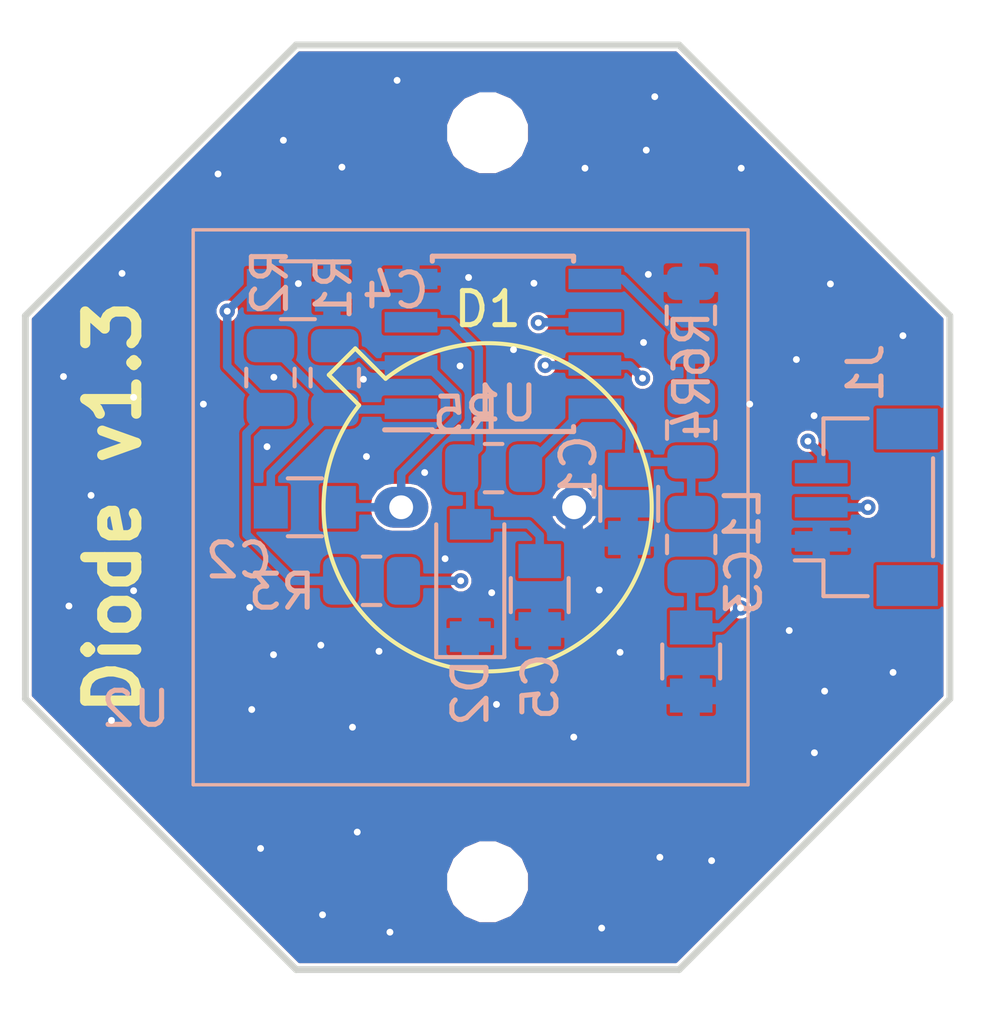
<source format=kicad_pcb>
(kicad_pcb (version 20171130) (host pcbnew "(5.1.0-0)")

  (general
    (thickness 1.6)
    (drawings 9)
    (tracks 138)
    (zones 0)
    (modules 19)
    (nets 10)
  )

  (page A4)
  (layers
    (0 F.Cu signal)
    (1 In1.Cu signal)
    (2 In2.Cu signal)
    (31 B.Cu signal)
    (32 B.Adhes user hide)
    (33 F.Adhes user hide)
    (34 B.Paste user hide)
    (35 F.Paste user hide)
    (36 B.SilkS user)
    (37 F.SilkS user)
    (38 B.Mask user hide)
    (39 F.Mask user)
    (40 Dwgs.User user hide)
    (41 Cmts.User user hide)
    (42 Eco1.User user hide)
    (43 Eco2.User user hide)
    (44 Edge.Cuts user hide)
    (45 Margin user hide)
    (46 B.CrtYd user hide)
    (47 F.CrtYd user hide)
    (48 B.Fab user hide)
    (49 F.Fab user hide)
  )

  (setup
    (last_trace_width 0.25)
    (trace_clearance 0.0889)
    (zone_clearance 0.0889)
    (zone_45_only no)
    (trace_min 0.2)
    (via_size 0.45)
    (via_drill 0.2)
    (via_min_size 0.15)
    (via_min_drill 0.15)
    (uvia_size 0.2)
    (uvia_drill 0.1)
    (uvias_allowed no)
    (uvia_min_size 0.2)
    (uvia_min_drill 0.1)
    (edge_width 0.15)
    (segment_width 0.2)
    (pcb_text_width 0.3)
    (pcb_text_size 1.5 1.5)
    (mod_edge_width 0.15)
    (mod_text_size 1 1)
    (mod_text_width 0.15)
    (pad_size 4.55 1)
    (pad_drill 0)
    (pad_to_mask_clearance 0.2)
    (aux_axis_origin 0 0)
    (visible_elements 7FFFFFFF)
    (pcbplotparams
      (layerselection 0x010fc_ffffffff)
      (usegerberextensions false)
      (usegerberattributes false)
      (usegerberadvancedattributes false)
      (creategerberjobfile false)
      (excludeedgelayer true)
      (linewidth 0.100000)
      (plotframeref false)
      (viasonmask false)
      (mode 1)
      (useauxorigin false)
      (hpglpennumber 1)
      (hpglpenspeed 20)
      (hpglpendiameter 15.000000)
      (psnegative false)
      (psa4output false)
      (plotreference true)
      (plotvalue true)
      (plotinvisibletext false)
      (padsonsilk false)
      (subtractmaskfromsilk false)
      (outputformat 1)
      (mirror false)
      (drillshape 0)
      (scaleselection 1)
      (outputdirectory "Gerbers/"))
  )

  (net 0 "")
  (net 1 +5V)
  (net 2 GND)
  (net 3 /A)
  (net 4 "Net-(C2-Pad2)")
  (net 5 "Net-(C2-Pad1)")
  (net 6 "Net-(C4-Pad1)")
  (net 7 /Vdd)
  (net 8 "Net-(C5-Pad1)")
  (net 9 "Net-(R4-Pad2)")

  (net_class Default "This is the default net class."
    (clearance 0.0889)
    (trace_width 0.25)
    (via_dia 0.45)
    (via_drill 0.2)
    (uvia_dia 0.2)
    (uvia_drill 0.1)
    (diff_pair_width 0.2)
    (diff_pair_gap 0.1525)
    (add_net +5V)
    (add_net /A)
    (add_net /Vdd)
    (add_net GND)
    (add_net "Net-(C2-Pad1)")
    (add_net "Net-(C2-Pad2)")
    (add_net "Net-(C4-Pad1)")
    (add_net "Net-(C5-Pad1)")
    (add_net "Net-(R4-Pad2)")
  )

  (module Diodes_SMD:D_SOD-123 (layer B.Cu) (tedit 58645DC7) (tstamp 5CAF332E)
    (at 149.49 97.15 90)
    (descr SOD-123)
    (tags SOD-123)
    (path /5C95F3AC)
    (attr smd)
    (fp_text reference D2 (at -3.295001 0.004999 90) (layer B.SilkS)
      (effects (font (size 1 1) (thickness 0.15)) (justify mirror))
    )
    (fp_text value 1N4148 (at 0 -2.1 90) (layer B.Fab)
      (effects (font (size 1 1) (thickness 0.15)) (justify mirror))
    )
    (fp_text user %R (at 0 2 90) (layer B.Fab)
      (effects (font (size 1 1) (thickness 0.15)) (justify mirror))
    )
    (fp_line (start -2.25 1) (end -2.25 -1) (layer B.SilkS) (width 0.12))
    (fp_line (start 0.25 0) (end 0.75 0) (layer B.Fab) (width 0.1))
    (fp_line (start 0.25 -0.4) (end -0.35 0) (layer B.Fab) (width 0.1))
    (fp_line (start 0.25 0.4) (end 0.25 -0.4) (layer B.Fab) (width 0.1))
    (fp_line (start -0.35 0) (end 0.25 0.4) (layer B.Fab) (width 0.1))
    (fp_line (start -0.35 0) (end -0.35 -0.55) (layer B.Fab) (width 0.1))
    (fp_line (start -0.35 0) (end -0.35 0.55) (layer B.Fab) (width 0.1))
    (fp_line (start -0.75 0) (end -0.35 0) (layer B.Fab) (width 0.1))
    (fp_line (start -1.4 -0.9) (end -1.4 0.9) (layer B.Fab) (width 0.1))
    (fp_line (start 1.4 -0.9) (end -1.4 -0.9) (layer B.Fab) (width 0.1))
    (fp_line (start 1.4 0.9) (end 1.4 -0.9) (layer B.Fab) (width 0.1))
    (fp_line (start -1.4 0.9) (end 1.4 0.9) (layer B.Fab) (width 0.1))
    (fp_line (start -2.35 1.15) (end 2.35 1.15) (layer B.CrtYd) (width 0.05))
    (fp_line (start 2.35 1.15) (end 2.35 -1.15) (layer B.CrtYd) (width 0.05))
    (fp_line (start 2.35 -1.15) (end -2.35 -1.15) (layer B.CrtYd) (width 0.05))
    (fp_line (start -2.35 1.15) (end -2.35 -1.15) (layer B.CrtYd) (width 0.05))
    (fp_line (start -2.25 -1) (end 1.65 -1) (layer B.SilkS) (width 0.12))
    (fp_line (start -2.25 1) (end 1.65 1) (layer B.SilkS) (width 0.12))
    (pad 1 smd rect (at -1.65 0 90) (size 0.9 1.2) (layers B.Cu B.Paste B.Mask)
      (net 2 GND))
    (pad 2 smd rect (at 1.65 0 90) (size 0.9 1.2) (layers B.Cu B.Paste B.Mask)
      (net 8 "Net-(C5-Pad1)"))
    (model ${KISYS3DMOD}/Diodes_SMD.3dshapes/D_SOD-123.wrl
      (at (xyz 0 0 0))
      (scale (xyz 1 1 1))
      (rotate (xyz 0 0 0))
    )
  )

  (module Capacitors_SMD:C_0805 (layer B.Cu) (tedit 58AA8463) (tstamp 5C961E52)
    (at 151.53 97.58 270)
    (descr "Capacitor SMD 0805, reflow soldering, AVX (see smccp.pdf)")
    (tags "capacitor 0805")
    (path /5C95FEC2)
    (attr smd)
    (fp_text reference C5 (at 2.69 -0.02 270) (layer B.SilkS)
      (effects (font (size 1 1) (thickness 0.15)) (justify mirror))
    )
    (fp_text value 1u (at 0 -1.75 270) (layer B.Fab)
      (effects (font (size 1 1) (thickness 0.15)) (justify mirror))
    )
    (fp_text user %R (at 0 1.5 270) (layer B.Fab)
      (effects (font (size 1 1) (thickness 0.15)) (justify mirror))
    )
    (fp_line (start -1 -0.62) (end -1 0.62) (layer B.Fab) (width 0.1))
    (fp_line (start 1 -0.62) (end -1 -0.62) (layer B.Fab) (width 0.1))
    (fp_line (start 1 0.62) (end 1 -0.62) (layer B.Fab) (width 0.1))
    (fp_line (start -1 0.62) (end 1 0.62) (layer B.Fab) (width 0.1))
    (fp_line (start 0.5 0.85) (end -0.5 0.85) (layer B.SilkS) (width 0.12))
    (fp_line (start -0.5 -0.85) (end 0.5 -0.85) (layer B.SilkS) (width 0.12))
    (fp_line (start -1.75 0.88) (end 1.75 0.88) (layer B.CrtYd) (width 0.05))
    (fp_line (start -1.75 0.88) (end -1.75 -0.87) (layer B.CrtYd) (width 0.05))
    (fp_line (start 1.75 -0.87) (end 1.75 0.88) (layer B.CrtYd) (width 0.05))
    (fp_line (start 1.75 -0.87) (end -1.75 -0.87) (layer B.CrtYd) (width 0.05))
    (pad 1 smd rect (at -1 0 270) (size 1 1.25) (layers B.Cu B.Paste B.Mask)
      (net 8 "Net-(C5-Pad1)"))
    (pad 2 smd rect (at 1 0 270) (size 1 1.25) (layers B.Cu B.Paste B.Mask)
      (net 2 GND))
    (model Capacitors_SMD.3dshapes/C_0805.wrl
      (at (xyz 0 0 0))
      (scale (xyz 1 1 1))
      (rotate (xyz 0 0 0))
    )
  )

  (module Resistor_SMD:R_0805_2012Metric (layer B.Cu) (tedit 5B36C52B) (tstamp 5CAF333F)
    (at 150.175 93.85)
    (descr "Resistor SMD 0805 (2012 Metric), square (rectangular) end terminal, IPC_7351 nominal, (Body size source: https://docs.google.com/spreadsheets/d/1BsfQQcO9C6DZCsRaXUlFlo91Tg2WpOkGARC1WS5S8t0/edit?usp=sharing), generated with kicad-footprint-generator")
    (tags resistor)
    (path /5C95F2CA)
    (attr smd)
    (fp_text reference R5 (at -0.81 -1.57) (layer B.SilkS)
      (effects (font (size 1 1) (thickness 0.15)) (justify mirror))
    )
    (fp_text value 18k (at 0 -1.65) (layer B.Fab)
      (effects (font (size 1 1) (thickness 0.15)) (justify mirror))
    )
    (fp_text user %R (at 0 0) (layer B.Fab)
      (effects (font (size 0.5 0.5) (thickness 0.08)) (justify mirror))
    )
    (fp_line (start 1.68 -0.95) (end -1.68 -0.95) (layer B.CrtYd) (width 0.05))
    (fp_line (start 1.68 0.95) (end 1.68 -0.95) (layer B.CrtYd) (width 0.05))
    (fp_line (start -1.68 0.95) (end 1.68 0.95) (layer B.CrtYd) (width 0.05))
    (fp_line (start -1.68 -0.95) (end -1.68 0.95) (layer B.CrtYd) (width 0.05))
    (fp_line (start -0.258578 -0.71) (end 0.258578 -0.71) (layer B.SilkS) (width 0.12))
    (fp_line (start -0.258578 0.71) (end 0.258578 0.71) (layer B.SilkS) (width 0.12))
    (fp_line (start 1 -0.6) (end -1 -0.6) (layer B.Fab) (width 0.1))
    (fp_line (start 1 0.6) (end 1 -0.6) (layer B.Fab) (width 0.1))
    (fp_line (start -1 0.6) (end 1 0.6) (layer B.Fab) (width 0.1))
    (fp_line (start -1 -0.6) (end -1 0.6) (layer B.Fab) (width 0.1))
    (pad 2 smd roundrect (at 0.9375 0) (size 0.975 1.4) (layers B.Cu B.Paste B.Mask) (roundrect_rratio 0.25)
      (net 7 /Vdd))
    (pad 1 smd roundrect (at -0.9375 0) (size 0.975 1.4) (layers B.Cu B.Paste B.Mask) (roundrect_rratio 0.25)
      (net 8 "Net-(C5-Pad1)"))
    (model ${KISYS3DMOD}/Resistor_SMD.3dshapes/R_0805_2012Metric.wrl
      (at (xyz 0 0 0))
      (scale (xyz 1 1 1))
      (rotate (xyz 0 0 0))
    )
  )

  (module Resistor_SMD:R_0805_2012Metric (layer B.Cu) (tedit 5B36C52B) (tstamp 5CAF3350)
    (at 155.98 92.73 270)
    (descr "Resistor SMD 0805 (2012 Metric), square (rectangular) end terminal, IPC_7351 nominal, (Body size source: https://docs.google.com/spreadsheets/d/1BsfQQcO9C6DZCsRaXUlFlo91Tg2WpOkGARC1WS5S8t0/edit?usp=sharing), generated with kicad-footprint-generator")
    (tags resistor)
    (path /5C963211)
    (attr smd)
    (fp_text reference R6 (at -2.51 -0.01 270) (layer B.SilkS)
      (effects (font (size 1 1) (thickness 0.15)) (justify mirror))
    )
    (fp_text value 5k (at 0 -1.65 270) (layer B.Fab)
      (effects (font (size 1 1) (thickness 0.15)) (justify mirror))
    )
    (fp_line (start -1 -0.6) (end -1 0.6) (layer B.Fab) (width 0.1))
    (fp_line (start -1 0.6) (end 1 0.6) (layer B.Fab) (width 0.1))
    (fp_line (start 1 0.6) (end 1 -0.6) (layer B.Fab) (width 0.1))
    (fp_line (start 1 -0.6) (end -1 -0.6) (layer B.Fab) (width 0.1))
    (fp_line (start -0.258578 0.71) (end 0.258578 0.71) (layer B.SilkS) (width 0.12))
    (fp_line (start -0.258578 -0.71) (end 0.258578 -0.71) (layer B.SilkS) (width 0.12))
    (fp_line (start -1.68 -0.95) (end -1.68 0.95) (layer B.CrtYd) (width 0.05))
    (fp_line (start -1.68 0.95) (end 1.68 0.95) (layer B.CrtYd) (width 0.05))
    (fp_line (start 1.68 0.95) (end 1.68 -0.95) (layer B.CrtYd) (width 0.05))
    (fp_line (start 1.68 -0.95) (end -1.68 -0.95) (layer B.CrtYd) (width 0.05))
    (fp_text user %R (at 0 0 270) (layer B.Fab)
      (effects (font (size 0.5 0.5) (thickness 0.08)) (justify mirror))
    )
    (pad 1 smd roundrect (at -0.9375 0 270) (size 0.975 1.4) (layers B.Cu B.Paste B.Mask) (roundrect_rratio 0.25)
      (net 9 "Net-(R4-Pad2)"))
    (pad 2 smd roundrect (at 0.9375 0 270) (size 0.975 1.4) (layers B.Cu B.Paste B.Mask) (roundrect_rratio 0.25)
      (net 7 /Vdd))
    (model ${KISYS3DMOD}/Resistor_SMD.3dshapes/R_0805_2012Metric.wrl
      (at (xyz 0 0 0))
      (scale (xyz 1 1 1))
      (rotate (xyz 0 0 0))
    )
  )

  (module Resistor_SMD:R_0805_2012Metric (layer B.Cu) (tedit 5B36C52B) (tstamp 5C0477A2)
    (at 146.59 97.16)
    (descr "Resistor SMD 0805 (2012 Metric), square (rectangular) end terminal, IPC_7351 nominal, (Body size source: https://docs.google.com/spreadsheets/d/1BsfQQcO9C6DZCsRaXUlFlo91Tg2WpOkGARC1WS5S8t0/edit?usp=sharing), generated with kicad-footprint-generator")
    (tags resistor)
    (path /5BE9F44C)
    (attr smd)
    (fp_text reference R3 (at -2.63 0.32) (layer B.SilkS)
      (effects (font (size 1 1) (thickness 0.15)) (justify mirror))
    )
    (fp_text value 33k (at 0 -1.65) (layer B.Fab)
      (effects (font (size 1 1) (thickness 0.15)) (justify mirror))
    )
    (fp_line (start -1 -0.6) (end -1 0.6) (layer B.Fab) (width 0.1))
    (fp_line (start -1 0.6) (end 1 0.6) (layer B.Fab) (width 0.1))
    (fp_line (start 1 0.6) (end 1 -0.6) (layer B.Fab) (width 0.1))
    (fp_line (start 1 -0.6) (end -1 -0.6) (layer B.Fab) (width 0.1))
    (fp_line (start -0.258578 0.71) (end 0.258578 0.71) (layer B.SilkS) (width 0.12))
    (fp_line (start -0.258578 -0.71) (end 0.258578 -0.71) (layer B.SilkS) (width 0.12))
    (fp_line (start -1.68 -0.95) (end -1.68 0.95) (layer B.CrtYd) (width 0.05))
    (fp_line (start -1.68 0.95) (end 1.68 0.95) (layer B.CrtYd) (width 0.05))
    (fp_line (start 1.68 0.95) (end 1.68 -0.95) (layer B.CrtYd) (width 0.05))
    (fp_line (start 1.68 -0.95) (end -1.68 -0.95) (layer B.CrtYd) (width 0.05))
    (fp_text user %R (at 0 0) (layer B.Fab)
      (effects (font (size 0.5 0.5) (thickness 0.08)) (justify mirror))
    )
    (pad 1 smd roundrect (at -0.9375 0) (size 0.975 1.4) (layers B.Cu B.Paste B.Mask) (roundrect_rratio 0.25)
      (net 6 "Net-(C4-Pad1)"))
    (pad 2 smd roundrect (at 0.9375 0) (size 0.975 1.4) (layers B.Cu B.Paste B.Mask) (roundrect_rratio 0.25)
      (net 3 /A))
    (model ${KISYS3DMOD}/Resistor_SMD.3dshapes/R_0805_2012Metric.wrl
      (at (xyz 0 0 0))
      (scale (xyz 1 1 1))
      (rotate (xyz 0 0 0))
    )
  )

  (module Resistor_SMD:R_0805_2012Metric (layer B.Cu) (tedit 5B36C52B) (tstamp 5C047EB9)
    (at 155.97 89.36 270)
    (descr "Resistor SMD 0805 (2012 Metric), square (rectangular) end terminal, IPC_7351 nominal, (Body size source: https://docs.google.com/spreadsheets/d/1BsfQQcO9C6DZCsRaXUlFlo91Tg2WpOkGARC1WS5S8t0/edit?usp=sharing), generated with kicad-footprint-generator")
    (tags resistor)
    (path /5BE9F48E)
    (attr smd)
    (fp_text reference R4 (at 2.692154 -0.034777 270) (layer B.SilkS)
      (effects (font (size 1 1) (thickness 0.15)) (justify mirror))
    )
    (fp_text value 18k (at 0 -1.65 270) (layer B.Fab)
      (effects (font (size 1 1) (thickness 0.15)) (justify mirror))
    )
    (fp_text user %R (at 0 0 270) (layer B.Fab)
      (effects (font (size 0.5 0.5) (thickness 0.08)) (justify mirror))
    )
    (fp_line (start 1.68 -0.95) (end -1.68 -0.95) (layer B.CrtYd) (width 0.05))
    (fp_line (start 1.68 0.95) (end 1.68 -0.95) (layer B.CrtYd) (width 0.05))
    (fp_line (start -1.68 0.95) (end 1.68 0.95) (layer B.CrtYd) (width 0.05))
    (fp_line (start -1.68 -0.95) (end -1.68 0.95) (layer B.CrtYd) (width 0.05))
    (fp_line (start -0.258578 -0.71) (end 0.258578 -0.71) (layer B.SilkS) (width 0.12))
    (fp_line (start -0.258578 0.71) (end 0.258578 0.71) (layer B.SilkS) (width 0.12))
    (fp_line (start 1 -0.6) (end -1 -0.6) (layer B.Fab) (width 0.1))
    (fp_line (start 1 0.6) (end 1 -0.6) (layer B.Fab) (width 0.1))
    (fp_line (start -1 0.6) (end 1 0.6) (layer B.Fab) (width 0.1))
    (fp_line (start -1 -0.6) (end -1 0.6) (layer B.Fab) (width 0.1))
    (pad 2 smd roundrect (at 0.9375 0 270) (size 0.975 1.4) (layers B.Cu B.Paste B.Mask) (roundrect_rratio 0.25)
      (net 9 "Net-(R4-Pad2)"))
    (pad 1 smd roundrect (at -0.9375 0 270) (size 0.975 1.4) (layers B.Cu B.Paste B.Mask) (roundrect_rratio 0.25)
      (net 2 GND))
    (model ${KISYS3DMOD}/Resistor_SMD.3dshapes/R_0805_2012Metric.wrl
      (at (xyz 0 0 0))
      (scale (xyz 1 1 1))
      (rotate (xyz 0 0 0))
    )
  )

  (module Capacitors_SMD:C_0805 (layer B.Cu) (tedit 58AA8463) (tstamp 5C1D0966)
    (at 144.63 95)
    (descr "Capacitor SMD 0805, reflow soldering, AVX (see smccp.pdf)")
    (tags "capacitor 0805")
    (path /5BD1DD13)
    (attr smd)
    (fp_text reference C2 (at -1.935 1.56) (layer B.SilkS)
      (effects (font (size 1 1) (thickness 0.15)) (justify mirror))
    )
    (fp_text value 180p (at 0 -1.75) (layer B.Fab)
      (effects (font (size 1 1) (thickness 0.15)) (justify mirror))
    )
    (fp_text user %R (at 0 1.5) (layer B.Fab)
      (effects (font (size 1 1) (thickness 0.15)) (justify mirror))
    )
    (fp_line (start -1 -0.62) (end -1 0.62) (layer B.Fab) (width 0.1))
    (fp_line (start 1 -0.62) (end -1 -0.62) (layer B.Fab) (width 0.1))
    (fp_line (start 1 0.62) (end 1 -0.62) (layer B.Fab) (width 0.1))
    (fp_line (start -1 0.62) (end 1 0.62) (layer B.Fab) (width 0.1))
    (fp_line (start 0.5 0.85) (end -0.5 0.85) (layer B.SilkS) (width 0.12))
    (fp_line (start -0.5 -0.85) (end 0.5 -0.85) (layer B.SilkS) (width 0.12))
    (fp_line (start -1.75 0.88) (end 1.75 0.88) (layer B.CrtYd) (width 0.05))
    (fp_line (start -1.75 0.88) (end -1.75 -0.87) (layer B.CrtYd) (width 0.05))
    (fp_line (start 1.75 -0.87) (end 1.75 0.88) (layer B.CrtYd) (width 0.05))
    (fp_line (start 1.75 -0.87) (end -1.75 -0.87) (layer B.CrtYd) (width 0.05))
    (pad 1 smd rect (at -1 0) (size 1 1.25) (layers B.Cu B.Paste B.Mask)
      (net 5 "Net-(C2-Pad1)"))
    (pad 2 smd rect (at 1 0) (size 1 1.25) (layers B.Cu B.Paste B.Mask)
      (net 4 "Net-(C2-Pad2)"))
    (model Capacitors_SMD.3dshapes/C_0805.wrl
      (at (xyz 0 0 0))
      (scale (xyz 1 1 1))
      (rotate (xyz 0 0 0))
    )
  )

  (module Resistor_SMD:R_0805_2012Metric (layer B.Cu) (tedit 5B36C52B) (tstamp 5C1D0996)
    (at 145.51 91.19 270)
    (descr "Resistor SMD 0805 (2012 Metric), square (rectangular) end terminal, IPC_7351 nominal, (Body size source: https://docs.google.com/spreadsheets/d/1BsfQQcO9C6DZCsRaXUlFlo91Tg2WpOkGARC1WS5S8t0/edit?usp=sharing), generated with kicad-footprint-generator")
    (tags resistor)
    (path /5BD1DDDA)
    (attr smd)
    (fp_text reference R1 (at -2.66 0.035 270) (layer B.SilkS)
      (effects (font (size 1 1) (thickness 0.15)) (justify mirror))
    )
    (fp_text value 1000k (at 0 -1.65 270) (layer B.Fab)
      (effects (font (size 1 1) (thickness 0.15)) (justify mirror))
    )
    (fp_line (start -1 -0.6) (end -1 0.6) (layer B.Fab) (width 0.1))
    (fp_line (start -1 0.6) (end 1 0.6) (layer B.Fab) (width 0.1))
    (fp_line (start 1 0.6) (end 1 -0.6) (layer B.Fab) (width 0.1))
    (fp_line (start 1 -0.6) (end -1 -0.6) (layer B.Fab) (width 0.1))
    (fp_line (start -0.258578 0.71) (end 0.258578 0.71) (layer B.SilkS) (width 0.12))
    (fp_line (start -0.258578 -0.71) (end 0.258578 -0.71) (layer B.SilkS) (width 0.12))
    (fp_line (start -1.68 -0.95) (end -1.68 0.95) (layer B.CrtYd) (width 0.05))
    (fp_line (start -1.68 0.95) (end 1.68 0.95) (layer B.CrtYd) (width 0.05))
    (fp_line (start 1.68 0.95) (end 1.68 -0.95) (layer B.CrtYd) (width 0.05))
    (fp_line (start 1.68 -0.95) (end -1.68 -0.95) (layer B.CrtYd) (width 0.05))
    (fp_text user %R (at 0 0 270) (layer B.Fab)
      (effects (font (size 0.5 0.5) (thickness 0.08)) (justify mirror))
    )
    (pad 1 smd roundrect (at -0.9375 0 270) (size 0.975 1.4) (layers B.Cu B.Paste B.Mask) (roundrect_rratio 0.25)
      (net 4 "Net-(C2-Pad2)"))
    (pad 2 smd roundrect (at 0.9375 0 270) (size 0.975 1.4) (layers B.Cu B.Paste B.Mask) (roundrect_rratio 0.25)
      (net 5 "Net-(C2-Pad1)"))
    (model ${KISYS3DMOD}/Resistor_SMD.3dshapes/R_0805_2012Metric.wrl
      (at (xyz 0 0 0))
      (scale (xyz 1 1 1))
      (rotate (xyz 0 0 0))
    )
  )

  (module MountingHole:MountingHole_2.2mm_M2 (layer F.Cu) (tedit 5BF01559) (tstamp 5C095656)
    (at 150 106)
    (descr "Mounting Hole 2.2mm, no annular, M2")
    (tags "mounting hole 2.2mm no annular m2")
    (attr virtual)
    (fp_text reference REF** (at 0 -3.2) (layer Dwgs.User)
      (effects (font (size 1 1) (thickness 0.15)))
    )
    (fp_text value MountingHole_2.2mm_M2 (at 0 3.2) (layer F.Fab)
      (effects (font (size 1 1) (thickness 0.15)))
    )
    (fp_text user %R (at 0.3 0) (layer F.Fab)
      (effects (font (size 1 1) (thickness 0.15)))
    )
    (fp_circle (center 0 0) (end 2.2 0) (layer Cmts.User) (width 0.15))
    (fp_circle (center 0 0) (end 2.45 0) (layer F.CrtYd) (width 0.05))
    (pad 1 np_thru_hole circle (at 0 0) (size 2.2 2.2) (drill 2.2) (layers *.Cu *.Mask))
  )

  (module Resistor_SMD:R_0805_2012Metric (layer B.Cu) (tedit 5B36C52B) (tstamp 5C047791)
    (at 143.62 91.19 270)
    (descr "Resistor SMD 0805 (2012 Metric), square (rectangular) end terminal, IPC_7351 nominal, (Body size source: https://docs.google.com/spreadsheets/d/1BsfQQcO9C6DZCsRaXUlFlo91Tg2WpOkGARC1WS5S8t0/edit?usp=sharing), generated with kicad-footprint-generator")
    (tags resistor)
    (path /5BEB2536)
    (attr smd)
    (fp_text reference R2 (at -2.815 0.015 270) (layer B.SilkS)
      (effects (font (size 1 1) (thickness 0.15)) (justify mirror))
    )
    (fp_text value 10k (at 0 -1.65 270) (layer B.Fab)
      (effects (font (size 1 1) (thickness 0.15)) (justify mirror))
    )
    (fp_line (start -1 -0.6) (end -1 0.6) (layer B.Fab) (width 0.1))
    (fp_line (start -1 0.6) (end 1 0.6) (layer B.Fab) (width 0.1))
    (fp_line (start 1 0.6) (end 1 -0.6) (layer B.Fab) (width 0.1))
    (fp_line (start 1 -0.6) (end -1 -0.6) (layer B.Fab) (width 0.1))
    (fp_line (start -0.258578 0.71) (end 0.258578 0.71) (layer B.SilkS) (width 0.12))
    (fp_line (start -0.258578 -0.71) (end 0.258578 -0.71) (layer B.SilkS) (width 0.12))
    (fp_line (start -1.68 -0.95) (end -1.68 0.95) (layer B.CrtYd) (width 0.05))
    (fp_line (start -1.68 0.95) (end 1.68 0.95) (layer B.CrtYd) (width 0.05))
    (fp_line (start 1.68 0.95) (end 1.68 -0.95) (layer B.CrtYd) (width 0.05))
    (fp_line (start 1.68 -0.95) (end -1.68 -0.95) (layer B.CrtYd) (width 0.05))
    (fp_text user %R (at 0 0 270) (layer B.Fab)
      (effects (font (size 0.5 0.5) (thickness 0.08)) (justify mirror))
    )
    (pad 1 smd roundrect (at -0.9375 0 270) (size 0.975 1.4) (layers B.Cu B.Paste B.Mask) (roundrect_rratio 0.25)
      (net 5 "Net-(C2-Pad1)"))
    (pad 2 smd roundrect (at 0.9375 0 270) (size 0.975 1.4) (layers B.Cu B.Paste B.Mask) (roundrect_rratio 0.25)
      (net 6 "Net-(C4-Pad1)"))
    (model ${KISYS3DMOD}/Resistor_SMD.3dshapes/R_0805_2012Metric.wrl
      (at (xyz 0 0 0))
      (scale (xyz 1 1 1))
      (rotate (xyz 0 0 0))
    )
  )

  (module Capacitors_SMD:C_0805 (layer B.Cu) (tedit 58AA8463) (tstamp 5BEFFF7E)
    (at 154.16 94.9 270)
    (descr "Capacitor SMD 0805, reflow soldering, AVX (see smccp.pdf)")
    (tags "capacitor 0805")
    (path /5BD1EB34)
    (attr smd)
    (fp_text reference C1 (at -1.04 1.49 270) (layer B.SilkS)
      (effects (font (size 1 1) (thickness 0.15)) (justify mirror))
    )
    (fp_text value 0.1uF (at 0 -1.75 270) (layer B.Fab)
      (effects (font (size 1 1) (thickness 0.15)) (justify mirror))
    )
    (fp_line (start 1.75 -0.87) (end -1.75 -0.87) (layer B.CrtYd) (width 0.05))
    (fp_line (start 1.75 -0.87) (end 1.75 0.88) (layer B.CrtYd) (width 0.05))
    (fp_line (start -1.75 0.88) (end -1.75 -0.87) (layer B.CrtYd) (width 0.05))
    (fp_line (start -1.75 0.88) (end 1.75 0.88) (layer B.CrtYd) (width 0.05))
    (fp_line (start -0.5 -0.85) (end 0.5 -0.85) (layer B.SilkS) (width 0.12))
    (fp_line (start 0.5 0.85) (end -0.5 0.85) (layer B.SilkS) (width 0.12))
    (fp_line (start -1 0.62) (end 1 0.62) (layer B.Fab) (width 0.1))
    (fp_line (start 1 0.62) (end 1 -0.62) (layer B.Fab) (width 0.1))
    (fp_line (start 1 -0.62) (end -1 -0.62) (layer B.Fab) (width 0.1))
    (fp_line (start -1 -0.62) (end -1 0.62) (layer B.Fab) (width 0.1))
    (fp_text user %R (at 0 1.5 270) (layer B.Fab)
      (effects (font (size 1 1) (thickness 0.15)) (justify mirror))
    )
    (pad 2 smd rect (at 1 0 270) (size 1 1.25) (layers B.Cu B.Paste B.Mask)
      (net 2 GND))
    (pad 1 smd rect (at -1 0 270) (size 1 1.25) (layers B.Cu B.Paste B.Mask)
      (net 7 /Vdd))
    (model Capacitors_SMD.3dshapes/C_0805.wrl
      (at (xyz 0 0 0))
      (scale (xyz 1 1 1))
      (rotate (xyz 0 0 0))
    )
  )

  (module Package_TO_SOT_THT:TO-5-2_Window (layer F.Cu) (tedit 5A02FF81) (tstamp 5BF73769)
    (at 147.46 95)
    (descr "TO-5-2_Window, Window")
    (tags "TO-5-2_Window Window")
    (path /5BD1DA72)
    (fp_text reference D1 (at 2.54 -5.82) (layer F.SilkS)
      (effects (font (size 1 1) (thickness 0.15)))
    )
    (fp_text value BPW21 (at 2.54 5.82) (layer F.Fab)
      (effects (font (size 1 1) (thickness 0.15)))
    )
    (fp_text user %R (at 2.54 -5.82) (layer F.Fab)
      (effects (font (size 1 1) (thickness 0.15)))
    )
    (fp_line (start -0.465408 -3.61352) (end -1.27151 -4.419621) (layer F.Fab) (width 0.1))
    (fp_line (start -1.27151 -4.419621) (end -1.879621 -3.81151) (layer F.Fab) (width 0.1))
    (fp_line (start -1.879621 -3.81151) (end -1.07352 -3.005408) (layer F.Fab) (width 0.1))
    (fp_line (start 3.864 -2.637) (end 5.177 -1.324) (layer F.Fab) (width 0.1))
    (fp_line (start 3.025 -2.911) (end 5.451 -0.485) (layer F.Fab) (width 0.1))
    (fp_line (start 2.42 -2.948) (end 5.488 0.12) (layer F.Fab) (width 0.1))
    (fp_line (start 1.918 -2.884) (end 5.424 0.622) (layer F.Fab) (width 0.1))
    (fp_line (start 1.482 -2.755) (end 5.295 1.058) (layer F.Fab) (width 0.1))
    (fp_line (start 1.097 -2.574) (end 5.114 1.443) (layer F.Fab) (width 0.1))
    (fp_line (start 0.756 -2.35) (end 4.89 1.784) (layer F.Fab) (width 0.1))
    (fp_line (start 0.454 -2.086) (end 4.626 2.086) (layer F.Fab) (width 0.1))
    (fp_line (start 0.19 -1.784) (end 4.324 2.35) (layer F.Fab) (width 0.1))
    (fp_line (start -0.034 -1.443) (end 3.983 2.574) (layer F.Fab) (width 0.1))
    (fp_line (start -0.215 -1.058) (end 3.598 2.755) (layer F.Fab) (width 0.1))
    (fp_line (start -0.344 -0.622) (end 3.162 2.884) (layer F.Fab) (width 0.1))
    (fp_line (start -0.408 -0.12) (end 2.66 2.948) (layer F.Fab) (width 0.1))
    (fp_line (start -0.371 0.485) (end 2.055 2.911) (layer F.Fab) (width 0.1))
    (fp_line (start -0.097 1.324) (end 1.216 2.637) (layer F.Fab) (width 0.1))
    (fp_line (start -0.457084 -3.774902) (end -1.348039 -4.665856) (layer F.SilkS) (width 0.12))
    (fp_line (start -1.348039 -4.665856) (end -2.125856 -3.888039) (layer F.SilkS) (width 0.12))
    (fp_line (start -2.125856 -3.888039) (end -1.234902 -2.997084) (layer F.SilkS) (width 0.12))
    (fp_line (start -2.41 -4.95) (end -2.41 4.95) (layer F.CrtYd) (width 0.05))
    (fp_line (start -2.41 4.95) (end 7.49 4.95) (layer F.CrtYd) (width 0.05))
    (fp_line (start 7.49 4.95) (end 7.49 -4.95) (layer F.CrtYd) (width 0.05))
    (fp_line (start 7.49 -4.95) (end -2.41 -4.95) (layer F.CrtYd) (width 0.05))
    (fp_circle (center 2.54 0) (end 6.79 0) (layer F.Fab) (width 0.1))
    (fp_circle (center 2.54 0) (end 5.49 0) (layer F.Fab) (width 0.1))
    (fp_arc (start 2.54 0) (end -0.465408 -3.61352) (angle 349.5) (layer F.Fab) (width 0.1))
    (fp_arc (start 2.54 0) (end -0.457084 -3.774902) (angle 346.9) (layer F.SilkS) (width 0.12))
    (pad 1 thru_hole oval (at 0 0) (size 1.6 1.2) (drill 0.7) (layers *.Cu *.Mask)
      (net 4 "Net-(C2-Pad2)"))
    (pad 2 thru_hole oval (at 5.08 0) (size 1.2 1.2) (drill 0.7) (layers *.Cu *.Mask)
      (net 2 GND))
    (model ${KISYS3DMOD}/Package_TO_SOT_THT.3dshapes/TO-5-2_Window.wrl
      (at (xyz 0 0 0))
      (scale (xyz 1 1 1))
      (rotate (xyz 0 0 0))
    )
  )

  (module Connector_Molex:Molex_Pico-Clasp_501331-0307_1x03-1MP_P1.00mm_Vertical (layer B.Cu) (tedit 5AA46ED0) (tstamp 5BF7378F)
    (at 161.125 95 90)
    (descr "Molex Pico-Clasp series connector, 501331-0307 (http://www.molex.com/pdm_docs/sd/5013310207_sd.pdf), generated with kicad-footprint-generator")
    (tags "connector Molex Pico-Clasp side entry")
    (path /5BDDEC06)
    (attr smd)
    (fp_text reference J1 (at 3.95 -0.025 90) (layer B.SilkS)
      (effects (font (size 1 1) (thickness 0.15)) (justify mirror))
    )
    (fp_text value Conn_01x03 (at 0 -3.3 90) (layer B.Fab)
      (effects (font (size 1 1) (thickness 0.15)) (justify mirror))
    )
    (fp_line (start -2.5 -1.15) (end 2.5 -1.15) (layer B.Fab) (width 0.1))
    (fp_line (start -2.61 0.04) (end -2.61 -1.26) (layer B.SilkS) (width 0.12))
    (fp_line (start -2.61 -1.26) (end -1.56 -1.26) (layer B.SilkS) (width 0.12))
    (fp_line (start -1.56 -1.26) (end -1.56 -2.1) (layer B.SilkS) (width 0.12))
    (fp_line (start 2.61 0.04) (end 2.61 -1.26) (layer B.SilkS) (width 0.12))
    (fp_line (start 2.61 -1.26) (end 1.56 -1.26) (layer B.SilkS) (width 0.12))
    (fp_line (start -1.44 1.96) (end 1.44 1.96) (layer B.SilkS) (width 0.12))
    (fp_line (start -2.5 1.85) (end 2.5 1.85) (layer B.Fab) (width 0.1))
    (fp_line (start -2.5 -1.15) (end -2.5 1.85) (layer B.Fab) (width 0.1))
    (fp_line (start 2.5 -1.15) (end 2.5 1.85) (layer B.Fab) (width 0.1))
    (fp_line (start -1.125 0.25) (end -1.125 -0.25) (layer B.Fab) (width 0.1))
    (fp_line (start -1.125 -0.25) (end -0.875 -0.25) (layer B.Fab) (width 0.1))
    (fp_line (start -0.875 -0.25) (end -0.875 0.25) (layer B.Fab) (width 0.1))
    (fp_line (start -0.875 0.25) (end -1.125 0.25) (layer B.Fab) (width 0.1))
    (fp_line (start -0.125 0.25) (end -0.125 -0.25) (layer B.Fab) (width 0.1))
    (fp_line (start -0.125 -0.25) (end 0.125 -0.25) (layer B.Fab) (width 0.1))
    (fp_line (start 0.125 -0.25) (end 0.125 0.25) (layer B.Fab) (width 0.1))
    (fp_line (start 0.125 0.25) (end -0.125 0.25) (layer B.Fab) (width 0.1))
    (fp_line (start 0.875 0.25) (end 0.875 -0.25) (layer B.Fab) (width 0.1))
    (fp_line (start 0.875 -0.25) (end 1.125 -0.25) (layer B.Fab) (width 0.1))
    (fp_line (start 1.125 -0.25) (end 1.125 0.25) (layer B.Fab) (width 0.1))
    (fp_line (start 1.125 0.25) (end 0.875 0.25) (layer B.Fab) (width 0.1))
    (fp_line (start -3.4 2.6) (end -3.4 -2.6) (layer B.CrtYd) (width 0.05))
    (fp_line (start -3.4 -2.6) (end 3.4 -2.6) (layer B.CrtYd) (width 0.05))
    (fp_line (start 3.4 -2.6) (end 3.4 2.6) (layer B.CrtYd) (width 0.05))
    (fp_line (start 3.4 2.6) (end -3.4 2.6) (layer B.CrtYd) (width 0.05))
    (fp_line (start -1.5 -1.15) (end -1 -0.442893) (layer B.Fab) (width 0.1))
    (fp_line (start -1 -0.442893) (end -0.5 -1.15) (layer B.Fab) (width 0.1))
    (fp_text user %R (at 0 1.15 90) (layer B.Fab)
      (effects (font (size 1 1) (thickness 0.15)) (justify mirror))
    )
    (pad 1 smd rect (at -1 -1.325 90) (size 0.6 1.55) (layers B.Cu B.Paste B.Mask)
      (net 2 GND))
    (pad 2 smd rect (at 0 -1.325 90) (size 0.6 1.55) (layers B.Cu B.Paste B.Mask)
      (net 1 +5V))
    (pad 3 smd rect (at 1 -1.325 90) (size 0.6 1.55) (layers B.Cu B.Paste B.Mask)
      (net 3 /A))
    (pad MP smd rect (at -2.3 1.2 90) (size 1.2 1.8) (layers B.Cu B.Paste B.Mask))
    (pad MP smd rect (at 2.3 1.2 90) (size 1.2 1.8) (layers B.Cu B.Paste B.Mask))
    (model ${KISYS3DMOD}/Connector_Molex.3dshapes/Molex_Pico-Clasp_501331-0307_1x03-1MP_P1.00mm_Vertical.wrl
      (at (xyz 0 0 0))
      (scale (xyz 1 1 1))
      (rotate (xyz 0 0 0))
    )
  )

  (module Capacitors_SMD:C_0805 (layer B.Cu) (tedit 58AA8463) (tstamp 5BEFFD6D)
    (at 155.98 99.53 90)
    (descr "Capacitor SMD 0805, reflow soldering, AVX (see smccp.pdf)")
    (tags "capacitor 0805")
    (path /5BEB2C09)
    (attr smd)
    (fp_text reference C3 (at 2.34 1.55 90) (layer B.SilkS)
      (effects (font (size 1 1) (thickness 0.15)) (justify mirror))
    )
    (fp_text value 1.5uF (at 0 -1.75 90) (layer B.Fab)
      (effects (font (size 1 1) (thickness 0.15)) (justify mirror))
    )
    (fp_line (start 1.75 -0.87) (end -1.75 -0.87) (layer B.CrtYd) (width 0.05))
    (fp_line (start 1.75 -0.87) (end 1.75 0.88) (layer B.CrtYd) (width 0.05))
    (fp_line (start -1.75 0.88) (end -1.75 -0.87) (layer B.CrtYd) (width 0.05))
    (fp_line (start -1.75 0.88) (end 1.75 0.88) (layer B.CrtYd) (width 0.05))
    (fp_line (start -0.5 -0.85) (end 0.5 -0.85) (layer B.SilkS) (width 0.12))
    (fp_line (start 0.5 0.85) (end -0.5 0.85) (layer B.SilkS) (width 0.12))
    (fp_line (start -1 0.62) (end 1 0.62) (layer B.Fab) (width 0.1))
    (fp_line (start 1 0.62) (end 1 -0.62) (layer B.Fab) (width 0.1))
    (fp_line (start 1 -0.62) (end -1 -0.62) (layer B.Fab) (width 0.1))
    (fp_line (start -1 -0.62) (end -1 0.62) (layer B.Fab) (width 0.1))
    (fp_text user %R (at 0 1.5 90) (layer B.Fab)
      (effects (font (size 1 1) (thickness 0.15)) (justify mirror))
    )
    (pad 2 smd rect (at 1 0 90) (size 1 1.25) (layers B.Cu B.Paste B.Mask)
      (net 1 +5V))
    (pad 1 smd rect (at -1 0 90) (size 1 1.25) (layers B.Cu B.Paste B.Mask)
      (net 2 GND))
    (model Capacitors_SMD.3dshapes/C_0805.wrl
      (at (xyz 0 0 0))
      (scale (xyz 1 1 1))
      (rotate (xyz 0 0 0))
    )
  )

  (module Capacitors_SMD:C_0805 (layer B.Cu) (tedit 58AA8463) (tstamp 5C047E67)
    (at 144.425 88.625)
    (descr "Capacitor SMD 0805, reflow soldering, AVX (see smccp.pdf)")
    (tags "capacitor 0805")
    (path /5BEB2596)
    (attr smd)
    (fp_text reference C4 (at 2.865 0.005) (layer B.SilkS)
      (effects (font (size 1 1) (thickness 0.15)) (justify mirror))
    )
    (fp_text value 47uF (at 0 -1.75) (layer B.Fab)
      (effects (font (size 1 1) (thickness 0.15)) (justify mirror))
    )
    (fp_text user %R (at 0 1.5) (layer B.Fab)
      (effects (font (size 1 1) (thickness 0.15)) (justify mirror))
    )
    (fp_line (start -1 -0.62) (end -1 0.62) (layer B.Fab) (width 0.1))
    (fp_line (start 1 -0.62) (end -1 -0.62) (layer B.Fab) (width 0.1))
    (fp_line (start 1 0.62) (end 1 -0.62) (layer B.Fab) (width 0.1))
    (fp_line (start -1 0.62) (end 1 0.62) (layer B.Fab) (width 0.1))
    (fp_line (start 0.5 0.85) (end -0.5 0.85) (layer B.SilkS) (width 0.12))
    (fp_line (start -0.5 -0.85) (end 0.5 -0.85) (layer B.SilkS) (width 0.12))
    (fp_line (start -1.75 0.88) (end 1.75 0.88) (layer B.CrtYd) (width 0.05))
    (fp_line (start -1.75 0.88) (end -1.75 -0.87) (layer B.CrtYd) (width 0.05))
    (fp_line (start 1.75 -0.87) (end 1.75 0.88) (layer B.CrtYd) (width 0.05))
    (fp_line (start 1.75 -0.87) (end -1.75 -0.87) (layer B.CrtYd) (width 0.05))
    (pad 1 smd rect (at -1 0) (size 1 1.25) (layers B.Cu B.Paste B.Mask)
      (net 6 "Net-(C4-Pad1)"))
    (pad 2 smd rect (at 1 0) (size 1 1.25) (layers B.Cu B.Paste B.Mask)
      (net 2 GND))
    (model Capacitors_SMD.3dshapes/C_0805.wrl
      (at (xyz 0 0 0))
      (scale (xyz 1 1 1))
      (rotate (xyz 0 0 0))
    )
  )

  (module Inductor_SMD:L_0805_2012Metric (layer B.Cu) (tedit 5B36C52B) (tstamp 5BEFFC0B)
    (at 155.98 96.09 90)
    (descr "Inductor SMD 0805 (2012 Metric), square (rectangular) end terminal, IPC_7351 nominal, (Body size source: https://docs.google.com/spreadsheets/d/1BsfQQcO9C6DZCsRaXUlFlo91Tg2WpOkGARC1WS5S8t0/edit?usp=sharing), generated with kicad-footprint-generator")
    (tags inductor)
    (path /5BEB286B)
    (attr smd)
    (fp_text reference L1 (at 0.79 1.51 90) (layer B.SilkS)
      (effects (font (size 1 1) (thickness 0.15)) (justify mirror))
    )
    (fp_text value Ferrite_Bead (at 0 -1.65 90) (layer B.Fab)
      (effects (font (size 1 1) (thickness 0.15)) (justify mirror))
    )
    (fp_line (start -1 -0.6) (end -1 0.6) (layer B.Fab) (width 0.1))
    (fp_line (start -1 0.6) (end 1 0.6) (layer B.Fab) (width 0.1))
    (fp_line (start 1 0.6) (end 1 -0.6) (layer B.Fab) (width 0.1))
    (fp_line (start 1 -0.6) (end -1 -0.6) (layer B.Fab) (width 0.1))
    (fp_line (start -0.258578 0.71) (end 0.258578 0.71) (layer B.SilkS) (width 0.12))
    (fp_line (start -0.258578 -0.71) (end 0.258578 -0.71) (layer B.SilkS) (width 0.12))
    (fp_line (start -1.68 -0.95) (end -1.68 0.95) (layer B.CrtYd) (width 0.05))
    (fp_line (start -1.68 0.95) (end 1.68 0.95) (layer B.CrtYd) (width 0.05))
    (fp_line (start 1.68 0.95) (end 1.68 -0.95) (layer B.CrtYd) (width 0.05))
    (fp_line (start 1.68 -0.95) (end -1.68 -0.95) (layer B.CrtYd) (width 0.05))
    (fp_text user %R (at 0 0 90) (layer B.Fab)
      (effects (font (size 0.5 0.5) (thickness 0.08)) (justify mirror))
    )
    (pad 1 smd roundrect (at -0.9375 0 90) (size 0.975 1.4) (layers B.Cu B.Paste B.Mask) (roundrect_rratio 0.25)
      (net 1 +5V))
    (pad 2 smd roundrect (at 0.9375 0 90) (size 0.975 1.4) (layers B.Cu B.Paste B.Mask) (roundrect_rratio 0.25)
      (net 7 /Vdd))
    (model ${KISYS3DMOD}/Inductor_SMD.3dshapes/L_0805_2012Metric.wrl
      (at (xyz 0 0 0))
      (scale (xyz 1 1 1))
      (rotate (xyz 0 0 0))
    )
  )

  (module Housings_SOIC:SOIC-8_3.9x4.9mm_Pitch1.27mm (layer B.Cu) (tedit 5C95F48D) (tstamp 5BEFFB51)
    (at 150.45 90.2)
    (descr "8-Lead Plastic Small Outline (SN) - Narrow, 3.90 mm Body [SOIC] (see Microchip Packaging Specification 00000049BS.pdf)")
    (tags "SOIC 1.27")
    (path /5BE9F049)
    (attr smd)
    (fp_text reference U1 (at 0 1.75) (layer B.SilkS)
      (effects (font (size 1 1) (thickness 0.15)) (justify mirror))
    )
    (fp_text value Opamp_Dual_Generic (at 0 -3.5) (layer B.Fab)
      (effects (font (size 1 1) (thickness 0.15)) (justify mirror))
    )
    (fp_text user %R (at 0 0) (layer B.Fab)
      (effects (font (size 1 1) (thickness 0.15)) (justify mirror))
    )
    (fp_line (start -0.95 2.45) (end 1.95 2.45) (layer B.Fab) (width 0.1))
    (fp_line (start 1.95 2.45) (end 1.95 -2.45) (layer B.Fab) (width 0.1))
    (fp_line (start 1.95 -2.45) (end -1.95 -2.45) (layer B.Fab) (width 0.1))
    (fp_line (start -1.95 -2.45) (end -1.95 1.45) (layer B.Fab) (width 0.1))
    (fp_line (start -1.95 1.45) (end -0.95 2.45) (layer B.Fab) (width 0.1))
    (fp_line (start -3.73 2.7) (end -3.73 -2.7) (layer B.CrtYd) (width 0.05))
    (fp_line (start 3.73 2.7) (end 3.73 -2.7) (layer B.CrtYd) (width 0.05))
    (fp_line (start -3.73 2.7) (end 3.73 2.7) (layer B.CrtYd) (width 0.05))
    (fp_line (start -3.73 -2.7) (end 3.73 -2.7) (layer B.CrtYd) (width 0.05))
    (fp_line (start -2.075 2.575) (end -2.075 2.525) (layer B.SilkS) (width 0.15))
    (fp_line (start 2.075 2.575) (end 2.075 2.43) (layer B.SilkS) (width 0.15))
    (fp_line (start 2.075 -2.575) (end 2.075 -2.43) (layer B.SilkS) (width 0.15))
    (fp_line (start -2.075 -2.575) (end -2.075 -2.43) (layer B.SilkS) (width 0.15))
    (fp_line (start -2.075 2.575) (end 2.075 2.575) (layer B.SilkS) (width 0.15))
    (fp_line (start -2.075 -2.575) (end 2.075 -2.575) (layer B.SilkS) (width 0.15))
    (fp_line (start -2.075 2.525) (end -3.475 2.525) (layer B.SilkS) (width 0.15))
    (pad 1 smd rect (at -2.7 1.905) (size 1.55 0.6) (layers B.Cu B.Paste B.Mask)
      (net 5 "Net-(C2-Pad1)"))
    (pad 2 smd rect (at -2.7 0.635) (size 1.55 0.6) (layers B.Cu B.Paste B.Mask)
      (net 4 "Net-(C2-Pad2)"))
    (pad 3 smd rect (at -2.7 -0.635) (size 1.55 0.6) (layers B.Cu B.Paste B.Mask)
      (net 8 "Net-(C5-Pad1)"))
    (pad 4 smd rect (at -2.7 -1.905) (size 1.55 0.6) (layers B.Cu B.Paste B.Mask)
      (net 2 GND))
    (pad 5 smd rect (at 2.7 -1.905) (size 1.55 0.6) (layers B.Cu B.Paste B.Mask)
      (net 9 "Net-(R4-Pad2)"))
    (pad 6 smd rect (at 2.7 -0.635) (size 1.55 0.6) (layers B.Cu B.Paste B.Mask)
      (net 6 "Net-(C4-Pad1)"))
    (pad 7 smd rect (at 2.7 0.635) (size 1.55 0.6) (layers B.Cu B.Paste B.Mask)
      (net 3 /A))
    (pad 8 smd rect (at 2.7 1.905) (size 1.55 0.6) (layers B.Cu B.Paste B.Mask)
      (net 7 /Vdd))
    (model ${KISYS3DMOD}/Housings_SOIC.3dshapes/SOIC-8_3.9x4.9mm_Pitch1.27mm.wrl
      (at (xyz 0 0 0))
      (scale (xyz 1 1 1))
      (rotate (xyz 0 0 0))
    )
  )

  (module EMIshield:Laird-BMI-S-202-F (layer B.Cu) (tedit 5BF000A2) (tstamp 5C1D0889)
    (at 149.5 95 90)
    (path /5BD574D7)
    (fp_text reference U2 (at -5.92 -9.84) (layer B.SilkS)
      (effects (font (size 1 1) (thickness 0.15)) (justify mirror))
    )
    (fp_text value EMIshield (at -0.1 -3 90) (layer B.Fab)
      (effects (font (size 1 1) (thickness 0.15)) (justify mirror))
    )
    (fp_line (start -8.15 8.15) (end 8.15 8.15) (layer B.SilkS) (width 0.1))
    (fp_line (start -8.15 -8.15) (end 8.15 -8.15) (layer B.SilkS) (width 0.1))
    (fp_line (start 8.15 8.15) (end 8.15 -8.15) (layer B.SilkS) (width 0.1))
    (fp_line (start -8.15 8.15) (end -8.15 -8.15) (layer B.SilkS) (width 0.1))
    (pad 1 smd rect (at 0 8.15 90) (size 3.8 1) (layers B.Cu B.Paste B.Mask)
      (net 2 GND) (zone_connect 2))
    (pad 1 smd rect (at 0 -8.15 90) (size 3.8 1) (layers B.Cu B.Paste B.Mask)
      (net 2 GND) (zone_connect 2))
    (pad 1 smd rect (at -8.15 0) (size 3.8 1) (layers B.Cu B.Paste B.Mask)
      (net 2 GND) (zone_connect 2))
    (pad 1 smd rect (at 8.15 0) (size 3.8 1) (layers B.Cu B.Paste B.Mask)
      (net 2 GND) (zone_connect 2))
    (pad 1 smd custom (at -8.15 6.375) (size 4.55 1) (layers B.Cu B.Paste B.Mask)
      (net 2 GND) (zone_connect 2)
      (options (clearance outline) (anchor rect))
      (primitives
      ))
    (pad 1 smd custom (at -6.375 8.15 270) (size 4.55 1) (layers B.Cu B.Paste B.Mask)
      (net 2 GND) (zone_connect 2)
      (options (clearance outline) (anchor rect))
      (primitives
      ))
    (pad 1 smd custom (at -8.15 -6.375) (size 4.55 1) (layers B.Cu B.Paste B.Mask)
      (net 2 GND) (zone_connect 2)
      (options (clearance outline) (anchor rect))
      (primitives
      ))
    (pad 1 smd custom (at -6.375 -8.15 270) (size 4.55 1) (layers B.Cu B.Paste B.Mask)
      (net 2 GND) (zone_connect 2)
      (options (clearance outline) (anchor rect))
      (primitives
      ))
    (pad 1 smd custom (at 6.375 -8.15 270) (size 4.55 1) (layers B.Cu B.Paste B.Mask)
      (net 2 GND) (zone_connect 2)
      (options (clearance outline) (anchor rect))
      (primitives
      ))
    (pad 1 smd custom (at 8.15 -6.375) (size 4.55 1) (layers B.Cu B.Paste B.Mask)
      (net 2 GND) (zone_connect 2)
      (options (clearance outline) (anchor rect))
      (primitives
      ))
    (pad 1 smd custom (at 8.15 6.375) (size 4.55 1) (layers B.Cu B.Paste B.Mask)
      (net 2 GND) (zone_connect 2)
      (options (clearance outline) (anchor rect))
      (primitives
      ))
    (pad 1 smd custom (at 6.375 8.15 270) (size 4.55 1) (layers B.Cu B.Paste B.Mask)
      (net 2 GND) (zone_connect 2)
      (options (clearance outline) (anchor rect))
      (primitives
      ))
  )

  (module MountingHole:MountingHole_2.2mm_M2 (layer F.Cu) (tedit 5BF01551) (tstamp 5C09562C)
    (at 150 84)
    (descr "Mounting Hole 2.2mm, no annular, M2")
    (tags "mounting hole 2.2mm no annular m2")
    (attr virtual)
    (fp_text reference REF** (at 0 -4.65) (layer Dwgs.User)
      (effects (font (size 1 1) (thickness 0.15)))
    )
    (fp_text value MountingHole_2.2mm_M2 (at 0 3.2) (layer F.Fab)
      (effects (font (size 1 1) (thickness 0.15)))
    )
    (fp_circle (center 0 0) (end 2.45 0) (layer F.CrtYd) (width 0.05))
    (fp_circle (center 0 0) (end 2.2 0) (layer Cmts.User) (width 0.15))
    (fp_text user %R (at 0.3 0) (layer F.Fab)
      (effects (font (size 1 1) (thickness 0.15)))
    )
    (pad 1 np_thru_hole circle (at 0 0) (size 2.2 2.2) (drill 2.2) (layers *.Cu *.Mask))
  )

  (gr_line (start 155.62495 108.579832) (end 163.579832 100.62495) (layer Edge.Cuts) (width 0.2))
  (gr_line (start 155.62495 81.420168) (end 144.37505 81.420168) (layer Edge.Cuts) (width 0.2))
  (gr_line (start 163.579832 89.37505) (end 155.62495 81.420168) (layer Edge.Cuts) (width 0.2))
  (gr_line (start 163.579832 100.62495) (end 163.579832 89.37505) (layer Edge.Cuts) (width 0.2))
  (gr_line (start 144.37505 108.579832) (end 155.62495 108.579832) (layer Edge.Cuts) (width 0.2))
  (gr_line (start 136.420168 89.37505) (end 136.420168 100.62495) (layer Edge.Cuts) (width 0.2))
  (gr_line (start 136.420168 100.62495) (end 144.37505 108.579832) (layer Edge.Cuts) (width 0.2))
  (gr_line (start 144.37505 81.420168) (end 136.420168 89.37505) (layer Edge.Cuts) (width 0.2))
  (gr_text "Diode v1.3" (at 139 95 90) (layer F.SilkS)
    (effects (font (size 1.5 1.5) (thickness 0.3)))
  )

  (segment (start 159.3 95) (end 161.17 95) (width 0.25) (layer B.Cu) (net 1))
  (via (at 161.17 95) (size 0.45) (drill 0.2) (layers F.Cu B.Cu) (net 1))
  (segment (start 155.98 98.53) (end 155.98 97.0275) (width 0.25) (layer B.Cu) (net 1))
  (segment (start 156.855 98.53) (end 157.43 97.955) (width 0.25) (layer B.Cu) (net 1))
  (segment (start 155.98 98.53) (end 156.855 98.53) (width 0.25) (layer B.Cu) (net 1))
  (via (at 157.43 97.955) (size 0.45) (drill 0.2) (layers F.Cu B.Cu) (net 1))
  (via (at 154.66 84.51) (size 0.45) (drill 0.2) (layers F.Cu B.Cu) (net 2))
  (via (at 159.9 100.4) (size 0.45) (drill 0.2) (layers F.Cu B.Cu) (net 2))
  (via (at 155.06 105.28) (size 0.45) (drill 0.2) (layers F.Cu B.Cu) (net 2))
  (via (at 145.72 85.01) (size 0.45) (drill 0.2) (layers F.Cu B.Cu) (net 2))
  (via (at 144 84.22) (size 0.45) (drill 0.2) (layers F.Cu B.Cu) (net 2))
  (via (at 137.54 91.16) (size 0.45) (drill 0.2) (layers F.Cu B.Cu) (net 2))
  (via (at 138.35 94.65) (size 0.45) (drill 0.2) (layers F.Cu B.Cu) (net 2))
  (via (at 137.7 97.9) (size 0.45) (drill 0.2) (layers F.Cu B.Cu) (net 2))
  (via (at 143.33 105.02) (size 0.45) (drill 0.2) (layers F.Cu B.Cu) (net 2))
  (via (at 146.17 104.54) (size 0.45) (drill 0.2) (layers F.Cu B.Cu) (net 2))
  (via (at 145.15 106.97) (size 0.45) (drill 0.2) (layers F.Cu B.Cu) (net 2))
  (via (at 147.13 107.48) (size 0.45) (drill 0.2) (layers F.Cu B.Cu) (net 2))
  (via (at 153.35 107.36) (size 0.45) (drill 0.2) (layers F.Cu B.Cu) (net 2))
  (via (at 156.58 105.38) (size 0.45) (drill 0.2) (layers F.Cu B.Cu) (net 2))
  (via (at 159.6 102.21) (size 0.45) (drill 0.2) (layers F.Cu B.Cu) (net 2))
  (via (at 161.91 99.85) (size 0.45) (drill 0.2) (layers F.Cu B.Cu) (net 2))
  (via (at 158.86 98.62) (size 0.45) (drill 0.2) (layers F.Cu B.Cu) (net 2))
  (via (at 162.2 89.96) (size 0.45) (drill 0.2) (layers F.Cu B.Cu) (net 2))
  (via (at 159.07 90.66) (size 0.45) (drill 0.2) (layers F.Cu B.Cu) (net 2))
  (via (at 160.07 88.44) (size 0.45) (drill 0.2) (layers F.Cu B.Cu) (net 2))
  (via (at 157.45 85.04) (size 0.45) (drill 0.2) (layers F.Cu B.Cu) (net 2))
  (via (at 154.91 82.94) (size 0.45) (drill 0.2) (layers F.Cu B.Cu) (net 2))
  (via (at 152.86 85.04) (size 0.45) (drill 0.2) (layers F.Cu B.Cu) (net 2))
  (via (at 147.34 82.46) (size 0.45) (drill 0.2) (layers F.Cu B.Cu) (net 2))
  (via (at 142.08 85.21) (size 0.45) (drill 0.2) (layers F.Cu B.Cu) (net 2))
  (via (at 139.26 88.13) (size 0.45) (drill 0.2) (layers F.Cu B.Cu) (net 2))
  (via (at 138.95 101.26) (size 0.45) (drill 0.2) (layers F.Cu B.Cu) (net 2))
  (via (at 159.59 92.31) (size 0.45) (drill 0.2) (layers F.Cu B.Cu) (net 2))
  (via (at 143.07 100.94) (size 0.45) (drill 0.2) (layers F.Cu B.Cu) (net 2))
  (via (at 145.1 99.05) (size 0.45) (drill 0.2) (layers F.Cu B.Cu) (net 2))
  (via (at 146.03 101.46) (size 0.45) (drill 0.2) (layers F.Cu B.Cu) (net 2))
  (via (at 146.81 99.23) (size 0.45) (drill 0.2) (layers F.Cu B.Cu) (net 2))
  (via (at 152.53 101.75) (size 0.45) (drill 0.2) (layers F.Cu B.Cu) (net 2))
  (via (at 153.89 99.26) (size 0.45) (drill 0.2) (layers F.Cu B.Cu) (net 2))
  (via (at 150.26 100.79) (size 0.45) (drill 0.2) (layers F.Cu B.Cu) (net 2))
  (via (at 150.12 97.51) (size 0.45) (drill 0.2) (layers F.Cu B.Cu) (net 2))
  (via (at 148.75 96.51) (size 0.45) (drill 0.2) (layers F.Cu B.Cu) (net 2))
  (via (at 148.15 93.98) (size 0.45) (drill 0.2) (layers F.Cu B.Cu) (net 2))
  (via (at 146.44 93.51) (size 0.45) (drill 0.2) (layers F.Cu B.Cu) (net 2))
  (via (at 143.52 93.22) (size 0.45) (drill 0.2) (layers F.Cu B.Cu) (net 2))
  (via (at 141.65 91.97) (size 0.45) (drill 0.2) (layers F.Cu B.Cu) (net 2))
  (via (at 144.44 88.43) (size 0.45) (drill 0.2) (layers F.Cu B.Cu) (net 2))
  (via (at 143.72 91.18) (size 0.45) (drill 0.2) (layers F.Cu B.Cu) (net 2))
  (via (at 146.35 91.24) (size 0.45) (drill 0.2) (layers F.Cu B.Cu) (net 2))
  (via (at 149.19 90.85) (size 0.45) (drill 0.2) (layers F.Cu B.Cu) (net 2))
  (via (at 150.76 90.37) (size 0.45) (drill 0.2) (layers F.Cu B.Cu) (net 2))
  (via (at 149.44 88.25) (size 0.45) (drill 0.2) (layers F.Cu B.Cu) (net 2))
  (via (at 151.36 88.42) (size 0.45) (drill 0.2) (layers F.Cu B.Cu) (net 2))
  (via (at 154.58 90.16) (size 0.45) (drill 0.2) (layers F.Cu B.Cu) (net 2))
  (via (at 154.72 88.16) (size 0.45) (drill 0.2) (layers F.Cu B.Cu) (net 2))
  (via (at 157.7 91.97) (size 0.45) (drill 0.2) (layers F.Cu B.Cu) (net 2))
  (via (at 143.01 97.94) (size 0.45) (drill 0.2) (layers F.Cu B.Cu) (net 2))
  (via (at 153.28 97.43) (size 0.45) (drill 0.2) (layers F.Cu B.Cu) (net 2))
  (via (at 143.71 99.33) (size 0.45) (drill 0.2) (layers F.Cu B.Cu) (net 2))
  (via (at 139.6 91.77) (size 0.45) (drill 0.2) (layers F.Cu B.Cu) (net 2))
  (via (at 139.6 97.45) (size 0.45) (drill 0.2) (layers F.Cu B.Cu) (net 2))
  (segment (start 147.5275 97.16) (end 148.115 97.16) (width 0.25) (layer B.Cu) (net 3))
  (via (at 149.21 97.16) (size 0.45) (drill 0.2) (layers F.Cu B.Cu) (net 3))
  (segment (start 148.115 97.16) (end 149.21 97.16) (width 0.25) (layer B.Cu) (net 3))
  (segment (start 152.125 90.835) (end 152.12 90.83) (width 0.25) (layer B.Cu) (net 3))
  (segment (start 153.15 90.835) (end 152.125 90.835) (width 0.25) (layer B.Cu) (net 3))
  (via (at 151.69 90.83) (size 0.45) (drill 0.2) (layers F.Cu B.Cu) (net 3))
  (segment (start 152.12 90.83) (end 151.69 90.83) (width 0.25) (layer B.Cu) (net 3))
  (segment (start 150.17 96.2) (end 149.21 97.16) (width 0.25) (layer In1.Cu) (net 3))
  (segment (start 151.69 90.83) (end 150.17 92.35) (width 0.25) (layer In1.Cu) (net 3))
  (segment (start 150.17 92.35) (end 150.17 96.2) (width 0.25) (layer In1.Cu) (net 3))
  (segment (start 154.175 90.835) (end 154.55 91.21) (width 0.25) (layer B.Cu) (net 3))
  (segment (start 153.15 90.835) (end 154.175 90.835) (width 0.25) (layer B.Cu) (net 3))
  (via (at 154.55 91.21) (size 0.45) (drill 0.2) (layers F.Cu B.Cu) (net 3))
  (segment (start 159.8 93.45) (end 159.41 93.06) (width 0.25) (layer B.Cu) (net 3))
  (segment (start 159.8 94) (end 159.8 93.45) (width 0.25) (layer B.Cu) (net 3))
  (via (at 159.41 93.06) (size 0.45) (drill 0.2) (layers F.Cu B.Cu) (net 3))
  (segment (start 156.4 93.06) (end 159.41 93.06) (width 0.25) (layer In1.Cu) (net 3))
  (segment (start 154.55 91.21) (end 156.4 93.06) (width 0.25) (layer In1.Cu) (net 3))
  (segment (start 145.625 95) (end 145.425 94.8) (width 0.25) (layer B.Cu) (net 4))
  (segment (start 146.645 90.835) (end 147.75 90.835) (width 0.25) (layer B.Cu) (net 4))
  (segment (start 146.3 90.49) (end 146.645 90.835) (width 0.25) (layer B.Cu) (net 4))
  (segment (start 145.51 90.2525) (end 145.7475 90.49) (width 0.25) (layer B.Cu) (net 4))
  (segment (start 145.7475 90.49) (end 146.3 90.49) (width 0.25) (layer B.Cu) (net 4))
  (segment (start 147.46 95) (end 145.63 95) (width 0.25) (layer B.Cu) (net 4))
  (segment (start 148.225 90.835) (end 147.75 90.835) (width 0.25) (layer B.Cu) (net 4))
  (segment (start 149.11 91.72) (end 148.225 90.835) (width 0.25) (layer B.Cu) (net 4))
  (segment (start 149.11 92.36) (end 149.11 91.72) (width 0.25) (layer B.Cu) (net 4))
  (segment (start 147.46 95) (end 147.46 94.01) (width 0.25) (layer B.Cu) (net 4))
  (segment (start 147.46 94.01) (end 149.11 92.36) (width 0.25) (layer B.Cu) (net 4))
  (segment (start 143.5125 94.7125) (end 143.425 94.8) (width 0.25) (layer B.Cu) (net 5))
  (segment (start 143.63 94.0075) (end 145.51 92.1275) (width 0.25) (layer B.Cu) (net 5))
  (segment (start 143.63 95) (end 143.63 94.0075) (width 0.25) (layer B.Cu) (net 5))
  (segment (start 143.635 90.2525) (end 143.62 90.2525) (width 0.25) (layer B.Cu) (net 5))
  (segment (start 145.51 92.1275) (end 143.635 90.2525) (width 0.25) (layer B.Cu) (net 5))
  (segment (start 147.7275 92.1275) (end 147.75 92.105) (width 0.25) (layer B.Cu) (net 5))
  (segment (start 145.51 92.1275) (end 147.7275 92.1275) (width 0.25) (layer B.Cu) (net 5))
  (segment (start 143.063763 92.683737) (end 143.62 92.1275) (width 0.25) (layer B.Cu) (net 6))
  (segment (start 142.916099 92.831401) (end 143.063763 92.683737) (width 0.25) (layer B.Cu) (net 6))
  (segment (start 142.916099 95.796121) (end 142.916099 92.831401) (width 0.25) (layer B.Cu) (net 6))
  (segment (start 144.279978 97.16) (end 142.916099 95.796121) (width 0.25) (layer B.Cu) (net 6))
  (segment (start 145.6525 97.16) (end 144.279978 97.16) (width 0.25) (layer B.Cu) (net 6))
  (via (at 142.35 89.24) (size 0.45) (drill 0.2) (layers F.Cu B.Cu) (net 6))
  (segment (start 143.62 92.1275) (end 142.35 90.8575) (width 0.25) (layer B.Cu) (net 6))
  (segment (start 142.35 90.8575) (end 142.35 89.24) (width 0.25) (layer B.Cu) (net 6))
  (segment (start 142.965 88.625) (end 142.35 89.24) (width 0.25) (layer B.Cu) (net 6))
  (segment (start 143.425 88.625) (end 142.965 88.625) (width 0.25) (layer B.Cu) (net 6))
  (segment (start 142.35 89.24) (end 151.15 89.24) (width 0.25) (layer In2.Cu) (net 6))
  (via (at 151.49 89.58) (size 0.45) (drill 0.2) (layers F.Cu B.Cu) (net 6))
  (segment (start 151.15 89.24) (end 151.49 89.58) (width 0.25) (layer In2.Cu) (net 6))
  (segment (start 151.505 89.565) (end 151.49 89.58) (width 0.25) (layer B.Cu) (net 6))
  (segment (start 153.15 89.565) (end 151.505 89.565) (width 0.25) (layer B.Cu) (net 6))
  (segment (start 155.98 95.1525) (end 155.98 93.6675) (width 0.25) (layer B.Cu) (net 7))
  (segment (start 154.3925 93.6675) (end 154.16 93.9) (width 0.25) (layer B.Cu) (net 7))
  (segment (start 155.98 93.6675) (end 154.3925 93.6675) (width 0.25) (layer B.Cu) (net 7))
  (segment (start 153.625 92.105) (end 153.15 92.105) (width 0.25) (layer B.Cu) (net 7))
  (segment (start 154.175 92.655) (end 153.625 92.105) (width 0.25) (layer B.Cu) (net 7))
  (segment (start 154.175 93.1) (end 154.175 92.655) (width 0.25) (layer B.Cu) (net 7))
  (segment (start 154.16 93.115) (end 154.175 93.1) (width 0.25) (layer B.Cu) (net 7))
  (segment (start 154.16 93.9) (end 154.16 93.115) (width 0.25) (layer B.Cu) (net 7))
  (segment (start 152.7325 92.105) (end 153.15 92.105) (width 0.25) (layer B.Cu) (net 7))
  (segment (start 152.8575 92.105) (end 153.15 92.105) (width 0.25) (layer B.Cu) (net 7))
  (segment (start 151.1125 93.85) (end 152.8575 92.105) (width 0.25) (layer B.Cu) (net 7))
  (segment (start 151.53 95.83) (end 151.53 96.58) (width 0.25) (layer B.Cu) (net 8))
  (segment (start 151.2 95.5) (end 151.53 95.83) (width 0.25) (layer B.Cu) (net 8))
  (segment (start 149.49 95.5) (end 151.2 95.5) (width 0.25) (layer B.Cu) (net 8))
  (segment (start 149.49 94.2275) (end 149.1125 93.85) (width 0.25) (layer B.Cu) (net 8))
  (segment (start 149.49 95.5) (end 149.49 94.2275) (width 0.25) (layer B.Cu) (net 8))
  (segment (start 148.955 89.565) (end 147.75 89.565) (width 0.25) (layer B.Cu) (net 8))
  (segment (start 149.74 90.35) (end 148.955 89.565) (width 0.25) (layer B.Cu) (net 8))
  (segment (start 149.74 93.26) (end 149.74 90.35) (width 0.25) (layer B.Cu) (net 8))
  (segment (start 149.1125 93.85) (end 149.15 93.85) (width 0.25) (layer B.Cu) (net 8))
  (segment (start 149.15 93.85) (end 149.74 93.26) (width 0.25) (layer B.Cu) (net 8))
  (segment (start 155.97 91.7825) (end 155.98 91.7925) (width 0.25) (layer B.Cu) (net 9))
  (segment (start 155.97 90.2975) (end 155.97 91.7825) (width 0.25) (layer B.Cu) (net 9))
  (segment (start 153.9675 88.295) (end 153.15 88.295) (width 0.25) (layer B.Cu) (net 9))
  (segment (start 155.97 90.2975) (end 153.9675 88.295) (width 0.25) (layer B.Cu) (net 9))

  (zone (net 2) (net_name GND) (layer F.Cu) (tstamp 5CAF3C91) (hatch edge 0.508)
    (connect_pads (clearance 0.0889))
    (min_thickness 0.0889)
    (fill yes (arc_segments 16) (thermal_gap 0.1) (thermal_bridge_width 0.508))
    (polygon
      (pts
        (xy 135.675 80.1) (xy 164.775 80.1) (xy 164.775 110.175) (xy 135.675 110.175) (xy 135.675 109.8)
      )
    )
    (filled_polygon
      (pts
        (xy 163.346483 89.471707) (xy 163.346482 100.528294) (xy 155.528295 108.346482) (xy 144.471706 108.346482) (xy 141.879895 105.754671)
        (xy 148.76665 105.754671) (xy 148.76665 106.245329) (xy 148.954416 106.698637) (xy 149.301363 107.045584) (xy 149.754671 107.23335)
        (xy 150.245329 107.23335) (xy 150.698637 107.045584) (xy 151.045584 106.698637) (xy 151.23335 106.245329) (xy 151.23335 105.754671)
        (xy 151.045584 105.301363) (xy 150.698637 104.954416) (xy 150.245329 104.76665) (xy 149.754671 104.76665) (xy 149.301363 104.954416)
        (xy 148.954416 105.301363) (xy 148.76665 105.754671) (xy 141.879895 105.754671) (xy 136.653518 100.528295) (xy 136.653518 97.88372)
        (xy 157.07165 97.88372) (xy 157.07165 98.02628) (xy 157.126206 98.157989) (xy 157.227011 98.258794) (xy 157.35872 98.31335)
        (xy 157.50128 98.31335) (xy 157.632989 98.258794) (xy 157.733794 98.157989) (xy 157.78835 98.02628) (xy 157.78835 97.88372)
        (xy 157.733794 97.752011) (xy 157.632989 97.651206) (xy 157.50128 97.59665) (xy 157.35872 97.59665) (xy 157.227011 97.651206)
        (xy 157.126206 97.752011) (xy 157.07165 97.88372) (xy 136.653518 97.88372) (xy 136.653518 97.08872) (xy 148.85165 97.08872)
        (xy 148.85165 97.23128) (xy 148.906206 97.362989) (xy 149.007011 97.463794) (xy 149.13872 97.51835) (xy 149.28128 97.51835)
        (xy 149.412989 97.463794) (xy 149.513794 97.362989) (xy 149.56835 97.23128) (xy 149.56835 97.08872) (xy 149.513794 96.957011)
        (xy 149.412989 96.856206) (xy 149.28128 96.80165) (xy 149.13872 96.80165) (xy 149.007011 96.856206) (xy 148.906206 96.957011)
        (xy 148.85165 97.08872) (xy 136.653518 97.08872) (xy 136.653518 95) (xy 146.512283 95) (xy 146.5692 95.286139)
        (xy 146.731284 95.528716) (xy 146.973861 95.6908) (xy 147.187773 95.73335) (xy 147.732227 95.73335) (xy 147.946139 95.6908)
        (xy 148.188716 95.528716) (xy 148.3508 95.286139) (xy 148.366034 95.20955) (xy 151.863368 95.20955) (xy 151.867227 95.318719)
        (xy 151.988066 95.499621) (xy 152.221276 95.672806) (xy 152.33045 95.67827) (xy 152.33045 95.20955) (xy 152.74955 95.20955)
        (xy 152.74955 95.67827) (xy 152.858724 95.672806) (xy 153.091934 95.499621) (xy 153.212773 95.318719) (xy 153.216632 95.20955)
        (xy 152.74955 95.20955) (xy 152.33045 95.20955) (xy 151.863368 95.20955) (xy 148.366034 95.20955) (xy 148.407717 95)
        (xy 148.393539 94.92872) (xy 160.81165 94.92872) (xy 160.81165 95.07128) (xy 160.866206 95.202989) (xy 160.967011 95.303794)
        (xy 161.09872 95.35835) (xy 161.24128 95.35835) (xy 161.372989 95.303794) (xy 161.473794 95.202989) (xy 161.52835 95.07128)
        (xy 161.52835 94.92872) (xy 161.473794 94.797011) (xy 161.372989 94.696206) (xy 161.24128 94.64165) (xy 161.09872 94.64165)
        (xy 160.967011 94.696206) (xy 160.866206 94.797011) (xy 160.81165 94.92872) (xy 148.393539 94.92872) (xy 148.366035 94.79045)
        (xy 151.863368 94.79045) (xy 152.33045 94.79045) (xy 152.74955 94.79045) (xy 153.216632 94.79045) (xy 153.212773 94.681281)
        (xy 153.091934 94.500379) (xy 152.858724 94.327194) (xy 152.74955 94.32173) (xy 152.74955 94.79045) (xy 152.33045 94.79045)
        (xy 152.33045 94.32173) (xy 152.221276 94.327194) (xy 151.988066 94.500379) (xy 151.867227 94.681281) (xy 151.863368 94.79045)
        (xy 148.366035 94.79045) (xy 148.3508 94.713861) (xy 148.188716 94.471284) (xy 147.946139 94.3092) (xy 147.732227 94.26665)
        (xy 147.187773 94.26665) (xy 146.973861 94.3092) (xy 146.731284 94.471284) (xy 146.5692 94.713861) (xy 146.512283 95)
        (xy 136.653518 95) (xy 136.653518 92.98872) (xy 159.05165 92.98872) (xy 159.05165 93.13128) (xy 159.106206 93.262989)
        (xy 159.207011 93.363794) (xy 159.33872 93.41835) (xy 159.48128 93.41835) (xy 159.612989 93.363794) (xy 159.713794 93.262989)
        (xy 159.76835 93.13128) (xy 159.76835 92.98872) (xy 159.713794 92.857011) (xy 159.612989 92.756206) (xy 159.48128 92.70165)
        (xy 159.33872 92.70165) (xy 159.207011 92.756206) (xy 159.106206 92.857011) (xy 159.05165 92.98872) (xy 136.653518 92.98872)
        (xy 136.653518 90.75872) (xy 151.33165 90.75872) (xy 151.33165 90.90128) (xy 151.386206 91.032989) (xy 151.487011 91.133794)
        (xy 151.61872 91.18835) (xy 151.76128 91.18835) (xy 151.881096 91.13872) (xy 154.19165 91.13872) (xy 154.19165 91.28128)
        (xy 154.246206 91.412989) (xy 154.347011 91.513794) (xy 154.47872 91.56835) (xy 154.62128 91.56835) (xy 154.752989 91.513794)
        (xy 154.853794 91.412989) (xy 154.90835 91.28128) (xy 154.90835 91.13872) (xy 154.853794 91.007011) (xy 154.752989 90.906206)
        (xy 154.62128 90.85165) (xy 154.47872 90.85165) (xy 154.347011 90.906206) (xy 154.246206 91.007011) (xy 154.19165 91.13872)
        (xy 151.881096 91.13872) (xy 151.892989 91.133794) (xy 151.993794 91.032989) (xy 152.04835 90.90128) (xy 152.04835 90.75872)
        (xy 151.993794 90.627011) (xy 151.892989 90.526206) (xy 151.76128 90.47165) (xy 151.61872 90.47165) (xy 151.487011 90.526206)
        (xy 151.386206 90.627011) (xy 151.33165 90.75872) (xy 136.653518 90.75872) (xy 136.653518 89.471705) (xy 136.956503 89.16872)
        (xy 141.99165 89.16872) (xy 141.99165 89.31128) (xy 142.046206 89.442989) (xy 142.147011 89.543794) (xy 142.27872 89.59835)
        (xy 142.42128 89.59835) (xy 142.552989 89.543794) (xy 142.588063 89.50872) (xy 151.13165 89.50872) (xy 151.13165 89.65128)
        (xy 151.186206 89.782989) (xy 151.287011 89.883794) (xy 151.41872 89.93835) (xy 151.56128 89.93835) (xy 151.692989 89.883794)
        (xy 151.793794 89.782989) (xy 151.84835 89.65128) (xy 151.84835 89.50872) (xy 151.793794 89.377011) (xy 151.692989 89.276206)
        (xy 151.56128 89.22165) (xy 151.41872 89.22165) (xy 151.287011 89.276206) (xy 151.186206 89.377011) (xy 151.13165 89.50872)
        (xy 142.588063 89.50872) (xy 142.653794 89.442989) (xy 142.70835 89.31128) (xy 142.70835 89.16872) (xy 142.653794 89.037011)
        (xy 142.552989 88.936206) (xy 142.42128 88.88165) (xy 142.27872 88.88165) (xy 142.147011 88.936206) (xy 142.046206 89.037011)
        (xy 141.99165 89.16872) (xy 136.956503 89.16872) (xy 142.370552 83.754671) (xy 148.76665 83.754671) (xy 148.76665 84.245329)
        (xy 148.954416 84.698637) (xy 149.301363 85.045584) (xy 149.754671 85.23335) (xy 150.245329 85.23335) (xy 150.698637 85.045584)
        (xy 151.045584 84.698637) (xy 151.23335 84.245329) (xy 151.23335 83.754671) (xy 151.045584 83.301363) (xy 150.698637 82.954416)
        (xy 150.245329 82.76665) (xy 149.754671 82.76665) (xy 149.301363 82.954416) (xy 148.954416 83.301363) (xy 148.76665 83.754671)
        (xy 142.370552 83.754671) (xy 144.471706 81.653518) (xy 155.528295 81.653518)
      )
    )
  )
  (zone (net 2) (net_name GND) (layer B.Cu) (tstamp 5CAF3C8E) (hatch edge 0.508)
    (connect_pads (clearance 0.0889))
    (min_thickness 0.0889)
    (fill yes (arc_segments 16) (thermal_gap 0.1) (thermal_bridge_width 0.508))
    (polygon
      (pts
        (xy 135.675 80.1) (xy 164.775 80.1) (xy 164.775 110.175) (xy 135.675 110.175) (xy 135.675 109.8)
      )
    )
    (filled_polygon
      (pts
        (xy 163.346483 89.471707) (xy 163.346483 92.041789) (xy 163.32114 92.00386) (xy 163.27703 91.974387) (xy 163.225 91.964038)
        (xy 161.425 91.964038) (xy 161.37297 91.974387) (xy 161.32886 92.00386) (xy 161.299387 92.04797) (xy 161.289038 92.1)
        (xy 161.289038 93.3) (xy 161.299387 93.35203) (xy 161.32886 93.39614) (xy 161.37297 93.425613) (xy 161.425 93.435962)
        (xy 163.225 93.435962) (xy 163.27703 93.425613) (xy 163.32114 93.39614) (xy 163.346483 93.358212) (xy 163.346482 96.641788)
        (xy 163.32114 96.60386) (xy 163.27703 96.574387) (xy 163.225 96.564038) (xy 161.425 96.564038) (xy 161.37297 96.574387)
        (xy 161.32886 96.60386) (xy 161.299387 96.64797) (xy 161.289038 96.7) (xy 161.289038 97.9) (xy 161.299387 97.95203)
        (xy 161.32886 97.99614) (xy 161.37297 98.025613) (xy 161.425 98.035962) (xy 163.225 98.035962) (xy 163.27703 98.025613)
        (xy 163.32114 97.99614) (xy 163.346482 97.958212) (xy 163.346482 100.528294) (xy 155.528295 108.346482) (xy 144.471706 108.346482)
        (xy 141.879895 105.754671) (xy 148.76665 105.754671) (xy 148.76665 106.245329) (xy 148.954416 106.698637) (xy 149.301363 107.045584)
        (xy 149.754671 107.23335) (xy 150.245329 107.23335) (xy 150.698637 107.045584) (xy 151.045584 106.698637) (xy 151.23335 106.245329)
        (xy 151.23335 105.754671) (xy 151.045584 105.301363) (xy 150.698637 104.954416) (xy 150.245329 104.76665) (xy 149.754671 104.76665)
        (xy 149.301363 104.954416) (xy 148.954416 105.301363) (xy 148.76665 105.754671) (xy 141.879895 105.754671) (xy 136.900886 100.775662)
        (xy 155.21055 100.775662) (xy 155.21055 101.058733) (xy 155.232541 101.111824) (xy 155.273176 101.152459) (xy 155.326267 101.17445)
        (xy 155.734338 101.17445) (xy 155.77045 101.138338) (xy 155.77045 100.73955) (xy 156.18955 100.73955) (xy 156.18955 101.138338)
        (xy 156.225662 101.17445) (xy 156.633733 101.17445) (xy 156.686824 101.152459) (xy 156.727459 101.111824) (xy 156.74945 101.058733)
        (xy 156.74945 100.775662) (xy 156.713338 100.73955) (xy 156.18955 100.73955) (xy 155.77045 100.73955) (xy 155.246662 100.73955)
        (xy 155.21055 100.775662) (xy 136.900886 100.775662) (xy 136.653518 100.528295) (xy 136.653518 100.001267) (xy 155.21055 100.001267)
        (xy 155.21055 100.284338) (xy 155.246662 100.32045) (xy 155.77045 100.32045) (xy 155.77045 99.921662) (xy 156.18955 99.921662)
        (xy 156.18955 100.32045) (xy 156.713338 100.32045) (xy 156.74945 100.284338) (xy 156.74945 100.001267) (xy 156.727459 99.948176)
        (xy 156.686824 99.907541) (xy 156.633733 99.88555) (xy 156.225662 99.88555) (xy 156.18955 99.921662) (xy 155.77045 99.921662)
        (xy 155.734338 99.88555) (xy 155.326267 99.88555) (xy 155.273176 99.907541) (xy 155.232541 99.948176) (xy 155.21055 100.001267)
        (xy 136.653518 100.001267) (xy 136.653518 99.045662) (xy 148.74555 99.045662) (xy 148.74555 99.278733) (xy 148.767541 99.331824)
        (xy 148.808176 99.372459) (xy 148.861267 99.39445) (xy 149.244338 99.39445) (xy 149.28045 99.358338) (xy 149.28045 99.00955)
        (xy 149.69955 99.00955) (xy 149.69955 99.358338) (xy 149.735662 99.39445) (xy 150.118733 99.39445) (xy 150.171824 99.372459)
        (xy 150.212459 99.331824) (xy 150.23445 99.278733) (xy 150.23445 99.045662) (xy 150.198338 99.00955) (xy 149.69955 99.00955)
        (xy 149.28045 99.00955) (xy 148.781662 99.00955) (xy 148.74555 99.045662) (xy 136.653518 99.045662) (xy 136.653518 98.825662)
        (xy 150.76055 98.825662) (xy 150.76055 99.108733) (xy 150.782541 99.161824) (xy 150.823176 99.202459) (xy 150.876267 99.22445)
        (xy 151.284338 99.22445) (xy 151.32045 99.188338) (xy 151.32045 98.78955) (xy 151.73955 98.78955) (xy 151.73955 99.188338)
        (xy 151.775662 99.22445) (xy 152.183733 99.22445) (xy 152.236824 99.202459) (xy 152.277459 99.161824) (xy 152.29945 99.108733)
        (xy 152.29945 98.825662) (xy 152.263338 98.78955) (xy 151.73955 98.78955) (xy 151.32045 98.78955) (xy 150.796662 98.78955)
        (xy 150.76055 98.825662) (xy 136.653518 98.825662) (xy 136.653518 98.321267) (xy 148.74555 98.321267) (xy 148.74555 98.554338)
        (xy 148.781662 98.59045) (xy 149.28045 98.59045) (xy 149.28045 98.241662) (xy 149.69955 98.241662) (xy 149.69955 98.59045)
        (xy 150.198338 98.59045) (xy 150.23445 98.554338) (xy 150.23445 98.321267) (xy 150.212459 98.268176) (xy 150.171824 98.227541)
        (xy 150.118733 98.20555) (xy 149.735662 98.20555) (xy 149.69955 98.241662) (xy 149.28045 98.241662) (xy 149.244338 98.20555)
        (xy 148.861267 98.20555) (xy 148.808176 98.227541) (xy 148.767541 98.268176) (xy 148.74555 98.321267) (xy 136.653518 98.321267)
        (xy 136.653518 98.051267) (xy 150.76055 98.051267) (xy 150.76055 98.334338) (xy 150.796662 98.37045) (xy 151.32045 98.37045)
        (xy 151.32045 97.971662) (xy 151.73955 97.971662) (xy 151.73955 98.37045) (xy 152.263338 98.37045) (xy 152.29945 98.334338)
        (xy 152.29945 98.051267) (xy 152.277459 97.998176) (xy 152.236824 97.957541) (xy 152.183733 97.93555) (xy 151.775662 97.93555)
        (xy 151.73955 97.971662) (xy 151.32045 97.971662) (xy 151.284338 97.93555) (xy 150.876267 97.93555) (xy 150.823176 97.957541)
        (xy 150.782541 97.998176) (xy 150.76055 98.051267) (xy 136.653518 98.051267) (xy 136.653518 89.471705) (xy 136.956503 89.16872)
        (xy 141.99165 89.16872) (xy 141.99165 89.31128) (xy 142.046206 89.442989) (xy 142.091651 89.488434) (xy 142.09165 90.832058)
        (xy 142.086589 90.8575) (xy 142.09165 90.882942) (xy 142.10664 90.958302) (xy 142.16374 91.04376) (xy 142.185314 91.058175)
        (xy 142.834026 91.706887) (xy 142.812942 91.738441) (xy 142.784038 91.88375) (xy 142.784038 92.37125) (xy 142.812942 92.516559)
        (xy 142.834026 92.548113) (xy 142.751411 92.630728) (xy 142.72984 92.645141) (xy 142.704051 92.683738) (xy 142.67274 92.730598)
        (xy 142.652688 92.831401) (xy 142.65775 92.856848) (xy 142.657749 95.770679) (xy 142.652688 95.796121) (xy 142.657749 95.821563)
        (xy 142.672739 95.896923) (xy 142.729839 95.982381) (xy 142.751413 95.996796) (xy 144.079305 97.324688) (xy 144.093718 97.34626)
        (xy 144.179175 97.40336) (xy 144.254535 97.41835) (xy 144.279977 97.423411) (xy 144.305419 97.41835) (xy 145.029038 97.41835)
        (xy 145.029038 97.61625) (xy 145.057942 97.761559) (xy 145.140253 97.884747) (xy 145.263441 97.967058) (xy 145.40875 97.995962)
        (xy 145.89625 97.995962) (xy 146.041559 97.967058) (xy 146.164747 97.884747) (xy 146.247058 97.761559) (xy 146.275962 97.61625)
        (xy 146.275962 96.70375) (xy 146.904038 96.70375) (xy 146.904038 97.61625) (xy 146.932942 97.761559) (xy 147.015253 97.884747)
        (xy 147.138441 97.967058) (xy 147.28375 97.995962) (xy 147.77125 97.995962) (xy 147.916559 97.967058) (xy 148.039747 97.884747)
        (xy 148.122058 97.761559) (xy 148.150962 97.61625) (xy 148.150962 97.41835) (xy 148.961567 97.41835) (xy 149.007011 97.463794)
        (xy 149.13872 97.51835) (xy 149.28128 97.51835) (xy 149.412989 97.463794) (xy 149.513794 97.362989) (xy 149.56835 97.23128)
        (xy 149.56835 97.08872) (xy 149.513794 96.957011) (xy 149.412989 96.856206) (xy 149.28128 96.80165) (xy 149.13872 96.80165)
        (xy 149.007011 96.856206) (xy 148.961567 96.90165) (xy 148.150962 96.90165) (xy 148.150962 96.70375) (xy 148.122058 96.558441)
        (xy 148.039747 96.435253) (xy 147.916559 96.352942) (xy 147.77125 96.324038) (xy 147.28375 96.324038) (xy 147.138441 96.352942)
        (xy 147.015253 96.435253) (xy 146.932942 96.558441) (xy 146.904038 96.70375) (xy 146.275962 96.70375) (xy 146.247058 96.558441)
        (xy 146.164747 96.435253) (xy 146.041559 96.352942) (xy 145.89625 96.324038) (xy 145.40875 96.324038) (xy 145.263441 96.352942)
        (xy 145.140253 96.435253) (xy 145.057942 96.558441) (xy 145.029038 96.70375) (xy 145.029038 96.90165) (xy 144.38699 96.90165)
        (xy 143.246301 95.760962) (xy 144.13 95.760962) (xy 144.18203 95.750613) (xy 144.22614 95.72114) (xy 144.255613 95.67703)
        (xy 144.265962 95.625) (xy 144.265962 94.375) (xy 144.255613 94.32297) (xy 144.22614 94.27886) (xy 144.18203 94.249387)
        (xy 144.13 94.239038) (xy 143.88835 94.239038) (xy 143.88835 94.114511) (xy 145.2519 92.750962) (xy 145.96625 92.750962)
        (xy 146.111559 92.722058) (xy 146.234747 92.639747) (xy 146.317058 92.516559) (xy 146.343058 92.38585) (xy 146.839038 92.38585)
        (xy 146.839038 92.405) (xy 146.849387 92.45703) (xy 146.87886 92.50114) (xy 146.92297 92.530613) (xy 146.975 92.540962)
        (xy 148.525 92.540962) (xy 148.573279 92.531359) (xy 147.295312 93.809327) (xy 147.273741 93.82374) (xy 147.222786 93.9)
        (xy 147.216641 93.909197) (xy 147.196589 94.01) (xy 147.201651 94.035447) (xy 147.201651 94.26665) (xy 147.187773 94.26665)
        (xy 146.973861 94.3092) (xy 146.731284 94.471284) (xy 146.5692 94.713861) (xy 146.563672 94.74165) (xy 146.265962 94.74165)
        (xy 146.265962 94.375) (xy 146.255613 94.32297) (xy 146.22614 94.27886) (xy 146.18203 94.249387) (xy 146.13 94.239038)
        (xy 145.13 94.239038) (xy 145.07797 94.249387) (xy 145.03386 94.27886) (xy 145.004387 94.32297) (xy 144.994038 94.375)
        (xy 144.994038 95.625) (xy 145.004387 95.67703) (xy 145.03386 95.72114) (xy 145.07797 95.750613) (xy 145.13 95.760962)
        (xy 146.13 95.760962) (xy 146.18203 95.750613) (xy 146.22614 95.72114) (xy 146.255613 95.67703) (xy 146.265962 95.625)
        (xy 146.265962 95.25835) (xy 146.563672 95.25835) (xy 146.5692 95.286139) (xy 146.731284 95.528716) (xy 146.973861 95.6908)
        (xy 147.187773 95.73335) (xy 147.732227 95.73335) (xy 147.946139 95.6908) (xy 148.188716 95.528716) (xy 148.3508 95.286139)
        (xy 148.407717 95) (xy 148.3508 94.713861) (xy 148.188716 94.471284) (xy 147.946139 94.3092) (xy 147.732227 94.26665)
        (xy 147.71835 94.26665) (xy 147.71835 94.117011) (xy 149.274689 92.560673) (xy 149.29626 92.54626) (xy 149.35336 92.460803)
        (xy 149.36835 92.385443) (xy 149.36835 92.385442) (xy 149.373411 92.360001) (xy 149.36835 92.334559) (xy 149.36835 91.745441)
        (xy 149.373411 91.719999) (xy 149.365792 91.681697) (xy 149.35336 91.619197) (xy 149.29626 91.53374) (xy 149.274688 91.519326)
        (xy 148.660962 90.905601) (xy 148.660962 90.535) (xy 148.650613 90.48297) (xy 148.62114 90.43886) (xy 148.57703 90.409387)
        (xy 148.525 90.399038) (xy 146.975 90.399038) (xy 146.92297 90.409387) (xy 146.87886 90.43886) (xy 146.849387 90.48297)
        (xy 146.839038 90.535) (xy 146.839038 90.57665) (xy 146.752012 90.57665) (xy 146.500675 90.325314) (xy 146.48626 90.30374)
        (xy 146.400803 90.24664) (xy 146.345962 90.235731) (xy 146.345962 90.00875) (xy 146.317058 89.863441) (xy 146.234747 89.740253)
        (xy 146.111559 89.657942) (xy 145.96625 89.629038) (xy 145.05375 89.629038) (xy 144.908441 89.657942) (xy 144.785253 89.740253)
        (xy 144.702942 89.863441) (xy 144.674038 90.00875) (xy 144.674038 90.49625) (xy 144.702942 90.641559) (xy 144.785253 90.764747)
        (xy 144.908441 90.847058) (xy 145.05375 90.875962) (xy 145.96625 90.875962) (xy 146.111559 90.847058) (xy 146.219544 90.774905)
        (xy 146.444326 90.999688) (xy 146.45874 91.02126) (xy 146.536714 91.07336) (xy 146.544197 91.07836) (xy 146.645 91.098411)
        (xy 146.670443 91.09335) (xy 146.839038 91.09335) (xy 146.839038 91.135) (xy 146.849387 91.18703) (xy 146.87886 91.23114)
        (xy 146.92297 91.260613) (xy 146.975 91.270962) (xy 148.295601 91.270962) (xy 148.851651 91.827013) (xy 148.85165 92.252988)
        (xy 148.651359 92.453279) (xy 148.660962 92.405) (xy 148.660962 91.805) (xy 148.650613 91.75297) (xy 148.62114 91.70886)
        (xy 148.57703 91.679387) (xy 148.525 91.669038) (xy 146.975 91.669038) (xy 146.92297 91.679387) (xy 146.87886 91.70886)
        (xy 146.849387 91.75297) (xy 146.839038 91.805) (xy 146.839038 91.86915) (xy 146.343058 91.86915) (xy 146.317058 91.738441)
        (xy 146.234747 91.615253) (xy 146.111559 91.532942) (xy 145.96625 91.504038) (xy 145.2519 91.504038) (xy 144.411983 90.664121)
        (xy 144.427058 90.641559) (xy 144.455962 90.49625) (xy 144.455962 90.00875) (xy 144.427058 89.863441) (xy 144.344747 89.740253)
        (xy 144.221559 89.657942) (xy 144.07625 89.629038) (xy 143.16375 89.629038) (xy 143.018441 89.657942) (xy 142.895253 89.740253)
        (xy 142.812942 89.863441) (xy 142.784038 90.00875) (xy 142.784038 90.49625) (xy 142.812942 90.641559) (xy 142.895253 90.764747)
        (xy 143.018441 90.847058) (xy 143.16375 90.875962) (xy 143.893101 90.875962) (xy 144.724025 91.706887) (xy 144.702942 91.738441)
        (xy 144.674038 91.88375) (xy 144.674038 92.37125) (xy 144.702942 92.516559) (xy 144.724025 92.548113) (xy 143.465312 93.806827)
        (xy 143.443741 93.82124) (xy 143.422012 93.85376) (xy 143.386641 93.906697) (xy 143.366589 94.0075) (xy 143.371651 94.032947)
        (xy 143.371651 94.239038) (xy 143.174449 94.239038) (xy 143.174449 92.938412) (xy 143.361899 92.750962) (xy 144.07625 92.750962)
        (xy 144.221559 92.722058) (xy 144.344747 92.639747) (xy 144.427058 92.516559) (xy 144.455962 92.37125) (xy 144.455962 91.88375)
        (xy 144.427058 91.738441) (xy 144.344747 91.615253) (xy 144.221559 91.532942) (xy 144.07625 91.504038) (xy 143.3619 91.504038)
        (xy 142.60835 90.750489) (xy 142.60835 89.488433) (xy 142.653794 89.442989) (xy 142.70835 89.31128) (xy 142.70835 89.247011)
        (xy 142.789038 89.166323) (xy 142.789038 89.25) (xy 142.799387 89.30203) (xy 142.82886 89.34614) (xy 142.87297 89.375613)
        (xy 142.925 89.385962) (xy 143.925 89.385962) (xy 143.97703 89.375613) (xy 144.02114 89.34614) (xy 144.050613 89.30203)
        (xy 144.060962 89.25) (xy 144.060962 88.870662) (xy 144.78055 88.870662) (xy 144.78055 89.278733) (xy 144.802541 89.331824)
        (xy 144.843176 89.372459) (xy 144.896267 89.39445) (xy 145.179338 89.39445) (xy 145.21545 89.358338) (xy 145.21545 88.83455)
        (xy 145.63455 88.83455) (xy 145.63455 89.358338) (xy 145.670662 89.39445) (xy 145.953733 89.39445) (xy 146.006824 89.372459)
        (xy 146.047459 89.331824) (xy 146.06945 89.278733) (xy 146.06945 89.265) (xy 146.839038 89.265) (xy 146.839038 89.865)
        (xy 146.849387 89.91703) (xy 146.87886 89.96114) (xy 146.92297 89.990613) (xy 146.975 90.000962) (xy 148.525 90.000962)
        (xy 148.57703 89.990613) (xy 148.62114 89.96114) (xy 148.650613 89.91703) (xy 148.660962 89.865) (xy 148.660962 89.82335)
        (xy 148.847989 89.82335) (xy 149.481651 90.457013) (xy 149.48165 93.014118) (xy 149.48125 93.014038) (xy 148.99375 93.014038)
        (xy 148.848441 93.042942) (xy 148.725253 93.125253) (xy 148.642942 93.248441) (xy 148.614038 93.39375) (xy 148.614038 94.30625)
        (xy 148.642942 94.451559) (xy 148.725253 94.574747) (xy 148.848441 94.657058) (xy 148.99375 94.685962) (xy 149.231651 94.685962)
        (xy 149.23165 94.914038) (xy 148.89 94.914038) (xy 148.83797 94.924387) (xy 148.79386 94.95386) (xy 148.764387 94.99797)
        (xy 148.754038 95.05) (xy 148.754038 95.95) (xy 148.764387 96.00203) (xy 148.79386 96.04614) (xy 148.83797 96.075613)
        (xy 148.89 96.085962) (xy 150.09 96.085962) (xy 150.14203 96.075613) (xy 150.18614 96.04614) (xy 150.215613 96.00203)
        (xy 150.225962 95.95) (xy 150.225962 95.75835) (xy 151.092989 95.75835) (xy 151.27165 95.937012) (xy 151.27165 95.944038)
        (xy 150.905 95.944038) (xy 150.85297 95.954387) (xy 150.80886 95.98386) (xy 150.779387 96.02797) (xy 150.769038 96.08)
        (xy 150.769038 97.08) (xy 150.779387 97.13203) (xy 150.80886 97.17614) (xy 150.85297 97.205613) (xy 150.905 97.215962)
        (xy 152.155 97.215962) (xy 152.20703 97.205613) (xy 152.25114 97.17614) (xy 152.280613 97.13203) (xy 152.290962 97.08)
        (xy 152.290962 96.78375) (xy 155.144038 96.78375) (xy 155.144038 97.27125) (xy 155.172942 97.416559) (xy 155.255253 97.539747)
        (xy 155.378441 97.622058) (xy 155.52375 97.650962) (xy 155.721651 97.650962) (xy 155.72165 97.894038) (xy 155.355 97.894038)
        (xy 155.30297 97.904387) (xy 155.25886 97.93386) (xy 155.229387 97.97797) (xy 155.219038 98.03) (xy 155.219038 99.03)
        (xy 155.229387 99.08203) (xy 155.25886 99.12614) (xy 155.30297 99.155613) (xy 155.355 99.165962) (xy 156.605 99.165962)
        (xy 156.65703 99.155613) (xy 156.70114 99.12614) (xy 156.730613 99.08203) (xy 156.740962 99.03) (xy 156.740962 98.78835)
        (xy 156.829558 98.78835) (xy 156.855 98.793411) (xy 156.880442 98.78835) (xy 156.880443 98.78835) (xy 156.955803 98.77336)
        (xy 157.04126 98.71626) (xy 157.055675 98.694686) (xy 157.437012 98.31335) (xy 157.50128 98.31335) (xy 157.632989 98.258794)
        (xy 157.733794 98.157989) (xy 157.78835 98.02628) (xy 157.78835 97.88372) (xy 157.733794 97.752011) (xy 157.632989 97.651206)
        (xy 157.50128 97.59665) (xy 157.35872 97.59665) (xy 157.227011 97.651206) (xy 157.126206 97.752011) (xy 157.07165 97.88372)
        (xy 157.07165 97.947988) (xy 156.747989 98.27165) (xy 156.740962 98.27165) (xy 156.740962 98.03) (xy 156.730613 97.97797)
        (xy 156.70114 97.93386) (xy 156.65703 97.904387) (xy 156.605 97.894038) (xy 156.23835 97.894038) (xy 156.23835 97.650962)
        (xy 156.43625 97.650962) (xy 156.581559 97.622058) (xy 156.704747 97.539747) (xy 156.787058 97.416559) (xy 156.815962 97.27125)
        (xy 156.815962 96.78375) (xy 156.787058 96.638441) (xy 156.704747 96.515253) (xy 156.581559 96.432942) (xy 156.43625 96.404038)
        (xy 155.52375 96.404038) (xy 155.378441 96.432942) (xy 155.255253 96.515253) (xy 155.172942 96.638441) (xy 155.144038 96.78375)
        (xy 152.290962 96.78375) (xy 152.290962 96.145662) (xy 153.39055 96.145662) (xy 153.39055 96.428733) (xy 153.412541 96.481824)
        (xy 153.453176 96.522459) (xy 153.506267 96.54445) (xy 153.914338 96.54445) (xy 153.95045 96.508338) (xy 153.95045 96.10955)
        (xy 154.36955 96.10955) (xy 154.36955 96.508338) (xy 154.405662 96.54445) (xy 154.813733 96.54445) (xy 154.866824 96.522459)
        (xy 154.907459 96.481824) (xy 154.92945 96.428733) (xy 154.92945 96.186112) (xy 158.88055 96.186112) (xy 158.88055 96.328733)
        (xy 158.902541 96.381824) (xy 158.943176 96.422459) (xy 158.996267 96.44445) (xy 159.554338 96.44445) (xy 159.59045 96.408338)
        (xy 159.59045 96.15) (xy 160.00955 96.15) (xy 160.00955 96.408338) (xy 160.045662 96.44445) (xy 160.603733 96.44445)
        (xy 160.656824 96.422459) (xy 160.697459 96.381824) (xy 160.71945 96.328733) (xy 160.71945 96.186112) (xy 160.683338 96.15)
        (xy 160.00955 96.15) (xy 159.59045 96.15) (xy 158.916662 96.15) (xy 158.88055 96.186112) (xy 154.92945 96.186112)
        (xy 154.92945 96.145662) (xy 154.893338 96.10955) (xy 154.36955 96.10955) (xy 153.95045 96.10955) (xy 153.426662 96.10955)
        (xy 153.39055 96.145662) (xy 152.290962 96.145662) (xy 152.290962 96.08) (xy 152.280613 96.02797) (xy 152.25114 95.98386)
        (xy 152.20703 95.954387) (xy 152.155 95.944038) (xy 151.78835 95.944038) (xy 151.78835 95.855441) (xy 151.793411 95.829999)
        (xy 151.782662 95.775962) (xy 151.77336 95.729197) (xy 151.71626 95.64374) (xy 151.694689 95.629327) (xy 151.400675 95.335314)
        (xy 151.38626 95.31374) (xy 151.300803 95.25664) (xy 151.225443 95.24165) (xy 151.225442 95.24165) (xy 151.2 95.236589)
        (xy 151.174558 95.24165) (xy 150.225962 95.24165) (xy 150.225962 95.20955) (xy 151.863368 95.20955) (xy 151.867227 95.318719)
        (xy 151.988066 95.499621) (xy 152.221276 95.672806) (xy 152.33045 95.67827) (xy 152.33045 95.20955) (xy 152.74955 95.20955)
        (xy 152.74955 95.67827) (xy 152.858724 95.672806) (xy 153.091934 95.499621) (xy 153.177671 95.371267) (xy 153.39055 95.371267)
        (xy 153.39055 95.654338) (xy 153.426662 95.69045) (xy 153.95045 95.69045) (xy 153.95045 95.291662) (xy 154.36955 95.291662)
        (xy 154.36955 95.69045) (xy 154.893338 95.69045) (xy 154.92945 95.654338) (xy 154.92945 95.371267) (xy 154.907459 95.318176)
        (xy 154.866824 95.277541) (xy 154.813733 95.25555) (xy 154.405662 95.25555) (xy 154.36955 95.291662) (xy 153.95045 95.291662)
        (xy 153.914338 95.25555) (xy 153.506267 95.25555) (xy 153.453176 95.277541) (xy 153.412541 95.318176) (xy 153.39055 95.371267)
        (xy 153.177671 95.371267) (xy 153.212773 95.318719) (xy 153.216632 95.20955) (xy 152.74955 95.20955) (xy 152.33045 95.20955)
        (xy 151.863368 95.20955) (xy 150.225962 95.20955) (xy 150.225962 95.05) (xy 150.215613 94.99797) (xy 150.18614 94.95386)
        (xy 150.14203 94.924387) (xy 150.09 94.914038) (xy 149.74835 94.914038) (xy 149.74835 94.79045) (xy 151.863368 94.79045)
        (xy 152.33045 94.79045) (xy 152.74955 94.79045) (xy 153.216632 94.79045) (xy 153.212773 94.681281) (xy 153.091934 94.500379)
        (xy 152.858724 94.327194) (xy 152.74955 94.32173) (xy 152.74955 94.79045) (xy 152.33045 94.79045) (xy 152.33045 94.32173)
        (xy 152.221276 94.327194) (xy 151.988066 94.500379) (xy 151.867227 94.681281) (xy 151.863368 94.79045) (xy 149.74835 94.79045)
        (xy 149.74835 94.57568) (xy 149.749747 94.574747) (xy 149.832058 94.451559) (xy 149.860962 94.30625) (xy 149.860962 93.5044)
        (xy 149.904689 93.460673) (xy 149.92626 93.44626) (xy 149.961345 93.39375) (xy 150.489038 93.39375) (xy 150.489038 94.30625)
        (xy 150.517942 94.451559) (xy 150.600253 94.574747) (xy 150.723441 94.657058) (xy 150.86875 94.685962) (xy 151.35625 94.685962)
        (xy 151.501559 94.657058) (xy 151.624747 94.574747) (xy 151.707058 94.451559) (xy 151.735962 94.30625) (xy 151.735962 93.591899)
        (xy 152.7869 92.540962) (xy 153.695601 92.540962) (xy 153.916651 92.762013) (xy 153.91665 93.014183) (xy 153.916641 93.014197)
        (xy 153.896589 93.115) (xy 153.901651 93.140447) (xy 153.901651 93.264038) (xy 153.535 93.264038) (xy 153.48297 93.274387)
        (xy 153.43886 93.30386) (xy 153.409387 93.34797) (xy 153.399038 93.4) (xy 153.399038 94.4) (xy 153.409387 94.45203)
        (xy 153.43886 94.49614) (xy 153.48297 94.525613) (xy 153.535 94.535962) (xy 154.785 94.535962) (xy 154.83703 94.525613)
        (xy 154.88114 94.49614) (xy 154.910613 94.45203) (xy 154.920962 94.4) (xy 154.920962 93.92585) (xy 155.146942 93.92585)
        (xy 155.172942 94.056559) (xy 155.255253 94.179747) (xy 155.378441 94.262058) (xy 155.52375 94.290962) (xy 155.721651 94.290962)
        (xy 155.72165 94.529038) (xy 155.52375 94.529038) (xy 155.378441 94.557942) (xy 155.255253 94.640253) (xy 155.172942 94.763441)
        (xy 155.144038 94.90875) (xy 155.144038 95.39625) (xy 155.172942 95.541559) (xy 155.255253 95.664747) (xy 155.378441 95.747058)
        (xy 155.52375 95.775962) (xy 156.43625 95.775962) (xy 156.581559 95.747058) (xy 156.694989 95.671267) (xy 158.88055 95.671267)
        (xy 158.88055 95.813888) (xy 158.916662 95.85) (xy 159.59045 95.85) (xy 159.59045 95.591662) (xy 160.00955 95.591662)
        (xy 160.00955 95.85) (xy 160.683338 95.85) (xy 160.71945 95.813888) (xy 160.71945 95.671267) (xy 160.697459 95.618176)
        (xy 160.656824 95.577541) (xy 160.603733 95.55555) (xy 160.045662 95.55555) (xy 160.00955 95.591662) (xy 159.59045 95.591662)
        (xy 159.554338 95.55555) (xy 158.996267 95.55555) (xy 158.943176 95.577541) (xy 158.902541 95.618176) (xy 158.88055 95.671267)
        (xy 156.694989 95.671267) (xy 156.704747 95.664747) (xy 156.787058 95.541559) (xy 156.815962 95.39625) (xy 156.815962 94.90875)
        (xy 156.787058 94.763441) (xy 156.744669 94.7) (xy 158.889038 94.7) (xy 158.889038 95.3) (xy 158.899387 95.35203)
        (xy 158.92886 95.39614) (xy 158.97297 95.425613) (xy 159.025 95.435962) (xy 160.575 95.435962) (xy 160.62703 95.425613)
        (xy 160.67114 95.39614) (xy 160.700613 95.35203) (xy 160.710962 95.3) (xy 160.710962 95.25835) (xy 160.921567 95.25835)
        (xy 160.967011 95.303794) (xy 161.09872 95.35835) (xy 161.24128 95.35835) (xy 161.372989 95.303794) (xy 161.473794 95.202989)
        (xy 161.52835 95.07128) (xy 161.52835 94.92872) (xy 161.473794 94.797011) (xy 161.372989 94.696206) (xy 161.24128 94.64165)
        (xy 161.09872 94.64165) (xy 160.967011 94.696206) (xy 160.921567 94.74165) (xy 160.710962 94.74165) (xy 160.710962 94.7)
        (xy 160.700613 94.64797) (xy 160.67114 94.60386) (xy 160.62703 94.574387) (xy 160.575 94.564038) (xy 159.025 94.564038)
        (xy 158.97297 94.574387) (xy 158.92886 94.60386) (xy 158.899387 94.64797) (xy 158.889038 94.7) (xy 156.744669 94.7)
        (xy 156.704747 94.640253) (xy 156.581559 94.557942) (xy 156.43625 94.529038) (xy 156.23835 94.529038) (xy 156.23835 94.290962)
        (xy 156.43625 94.290962) (xy 156.581559 94.262058) (xy 156.704747 94.179747) (xy 156.787058 94.056559) (xy 156.815962 93.91125)
        (xy 156.815962 93.7) (xy 158.889038 93.7) (xy 158.889038 94.3) (xy 158.899387 94.35203) (xy 158.92886 94.39614)
        (xy 158.97297 94.425613) (xy 159.025 94.435962) (xy 160.575 94.435962) (xy 160.62703 94.425613) (xy 160.67114 94.39614)
        (xy 160.700613 94.35203) (xy 160.710962 94.3) (xy 160.710962 93.7) (xy 160.700613 93.64797) (xy 160.67114 93.60386)
        (xy 160.62703 93.574387) (xy 160.575 93.564038) (xy 160.05835 93.564038) (xy 160.05835 93.475441) (xy 160.063411 93.449999)
        (xy 160.055285 93.40915) (xy 160.04336 93.349197) (xy 159.98626 93.26374) (xy 159.964688 93.249326) (xy 159.76835 93.052989)
        (xy 159.76835 92.98872) (xy 159.713794 92.857011) (xy 159.612989 92.756206) (xy 159.48128 92.70165) (xy 159.33872 92.70165)
        (xy 159.207011 92.756206) (xy 159.106206 92.857011) (xy 159.05165 92.98872) (xy 159.05165 93.13128) (xy 159.106206 93.262989)
        (xy 159.207011 93.363794) (xy 159.33872 93.41835) (xy 159.402989 93.41835) (xy 159.541651 93.557013) (xy 159.541651 93.564038)
        (xy 159.025 93.564038) (xy 158.97297 93.574387) (xy 158.92886 93.60386) (xy 158.899387 93.64797) (xy 158.889038 93.7)
        (xy 156.815962 93.7) (xy 156.815962 93.42375) (xy 156.787058 93.278441) (xy 156.704747 93.155253) (xy 156.581559 93.072942)
        (xy 156.43625 93.044038) (xy 155.52375 93.044038) (xy 155.378441 93.072942) (xy 155.255253 93.155253) (xy 155.172942 93.278441)
        (xy 155.146942 93.40915) (xy 154.920962 93.40915) (xy 154.920962 93.4) (xy 154.910613 93.34797) (xy 154.88114 93.30386)
        (xy 154.83703 93.274387) (xy 154.785 93.264038) (xy 154.41835 93.264038) (xy 154.41835 93.200818) (xy 154.41836 93.200803)
        (xy 154.43335 93.125443) (xy 154.43335 93.125442) (xy 154.438411 93.100001) (xy 154.43335 93.074559) (xy 154.43335 92.680441)
        (xy 154.438411 92.654999) (xy 154.424076 92.582934) (xy 154.41836 92.554197) (xy 154.36126 92.46874) (xy 154.339688 92.454326)
        (xy 154.060962 92.175601) (xy 154.060962 91.805) (xy 154.050613 91.75297) (xy 154.02114 91.70886) (xy 153.97703 91.679387)
        (xy 153.925 91.669038) (xy 152.375 91.669038) (xy 152.32297 91.679387) (xy 152.27886 91.70886) (xy 152.249387 91.75297)
        (xy 152.239038 91.805) (xy 152.239038 92.3581) (xy 151.533113 93.064026) (xy 151.501559 93.042942) (xy 151.35625 93.014038)
        (xy 150.86875 93.014038) (xy 150.723441 93.042942) (xy 150.600253 93.125253) (xy 150.517942 93.248441) (xy 150.489038 93.39375)
        (xy 149.961345 93.39375) (xy 149.98336 93.360803) (xy 149.99835 93.285443) (xy 149.99835 93.285442) (xy 150.003411 93.260001)
        (xy 149.99835 93.234559) (xy 149.99835 90.75872) (xy 151.33165 90.75872) (xy 151.33165 90.90128) (xy 151.386206 91.032989)
        (xy 151.487011 91.133794) (xy 151.61872 91.18835) (xy 151.76128 91.18835) (xy 151.892989 91.133794) (xy 151.938433 91.08835)
        (xy 152.07442 91.08835) (xy 152.099557 91.09335) (xy 152.124999 91.098411) (xy 152.150441 91.09335) (xy 152.239038 91.09335)
        (xy 152.239038 91.135) (xy 152.249387 91.18703) (xy 152.27886 91.23114) (xy 152.32297 91.260613) (xy 152.375 91.270962)
        (xy 153.925 91.270962) (xy 153.97703 91.260613) (xy 154.02114 91.23114) (xy 154.050613 91.18703) (xy 154.060962 91.135)
        (xy 154.060962 91.09335) (xy 154.067989 91.09335) (xy 154.19165 91.217012) (xy 154.19165 91.28128) (xy 154.246206 91.412989)
        (xy 154.347011 91.513794) (xy 154.47872 91.56835) (xy 154.62128 91.56835) (xy 154.752989 91.513794) (xy 154.853794 91.412989)
        (xy 154.90835 91.28128) (xy 154.90835 91.13872) (xy 154.853794 91.007011) (xy 154.752989 90.906206) (xy 154.62128 90.85165)
        (xy 154.557012 90.85165) (xy 154.375675 90.670314) (xy 154.36126 90.64874) (xy 154.275803 90.59164) (xy 154.200443 90.57665)
        (xy 154.200442 90.57665) (xy 154.175 90.571589) (xy 154.149558 90.57665) (xy 154.060962 90.57665) (xy 154.060962 90.535)
        (xy 154.050613 90.48297) (xy 154.02114 90.43886) (xy 153.97703 90.409387) (xy 153.925 90.399038) (xy 152.375 90.399038)
        (xy 152.32297 90.409387) (xy 152.27886 90.43886) (xy 152.249387 90.48297) (xy 152.239038 90.535) (xy 152.239038 90.57665)
        (xy 152.17058 90.57665) (xy 152.145443 90.57165) (xy 152.145442 90.57165) (xy 152.12 90.566589) (xy 152.094558 90.57165)
        (xy 151.938433 90.57165) (xy 151.892989 90.526206) (xy 151.76128 90.47165) (xy 151.61872 90.47165) (xy 151.487011 90.526206)
        (xy 151.386206 90.627011) (xy 151.33165 90.75872) (xy 149.99835 90.75872) (xy 149.99835 90.375443) (xy 150.003411 90.35)
        (xy 149.98336 90.249197) (xy 149.981651 90.24664) (xy 149.92626 90.16374) (xy 149.904688 90.149326) (xy 149.264082 89.50872)
        (xy 151.13165 89.50872) (xy 151.13165 89.65128) (xy 151.186206 89.782989) (xy 151.287011 89.883794) (xy 151.41872 89.93835)
        (xy 151.56128 89.93835) (xy 151.692989 89.883794) (xy 151.753433 89.82335) (xy 152.239038 89.82335) (xy 152.239038 89.865)
        (xy 152.249387 89.91703) (xy 152.27886 89.96114) (xy 152.32297 89.990613) (xy 152.375 90.000962) (xy 153.925 90.000962)
        (xy 153.97703 89.990613) (xy 154.02114 89.96114) (xy 154.050613 89.91703) (xy 154.060962 89.865) (xy 154.060962 89.265)
        (xy 154.050613 89.21297) (xy 154.02114 89.16886) (xy 153.97703 89.139387) (xy 153.925 89.129038) (xy 152.375 89.129038)
        (xy 152.32297 89.139387) (xy 152.27886 89.16886) (xy 152.249387 89.21297) (xy 152.239038 89.265) (xy 152.239038 89.30665)
        (xy 151.723433 89.30665) (xy 151.692989 89.276206) (xy 151.56128 89.22165) (xy 151.41872 89.22165) (xy 151.287011 89.276206)
        (xy 151.186206 89.377011) (xy 151.13165 89.50872) (xy 149.264082 89.50872) (xy 149.155675 89.400314) (xy 149.14126 89.37874)
        (xy 149.055803 89.32164) (xy 148.980443 89.30665) (xy 148.980442 89.30665) (xy 148.955 89.301589) (xy 148.929558 89.30665)
        (xy 148.660962 89.30665) (xy 148.660962 89.265) (xy 148.650613 89.21297) (xy 148.62114 89.16886) (xy 148.57703 89.139387)
        (xy 148.525 89.129038) (xy 146.975 89.129038) (xy 146.92297 89.139387) (xy 146.87886 89.16886) (xy 146.849387 89.21297)
        (xy 146.839038 89.265) (xy 146.06945 89.265) (xy 146.06945 88.870662) (xy 146.033338 88.83455) (xy 145.63455 88.83455)
        (xy 145.21545 88.83455) (xy 144.816662 88.83455) (xy 144.78055 88.870662) (xy 144.060962 88.870662) (xy 144.060962 88.481112)
        (xy 146.83055 88.481112) (xy 146.83055 88.623733) (xy 146.852541 88.676824) (xy 146.893176 88.717459) (xy 146.946267 88.73945)
        (xy 147.504338 88.73945) (xy 147.54045 88.703338) (xy 147.54045 88.445) (xy 147.95955 88.445) (xy 147.95955 88.703338)
        (xy 147.995662 88.73945) (xy 148.553733 88.73945) (xy 148.606824 88.717459) (xy 148.647459 88.676824) (xy 148.66945 88.623733)
        (xy 148.66945 88.481112) (xy 148.633338 88.445) (xy 147.95955 88.445) (xy 147.54045 88.445) (xy 146.866662 88.445)
        (xy 146.83055 88.481112) (xy 144.060962 88.481112) (xy 144.060962 88) (xy 144.055247 87.971267) (xy 144.78055 87.971267)
        (xy 144.78055 88.379338) (xy 144.816662 88.41545) (xy 145.21545 88.41545) (xy 145.21545 87.891662) (xy 145.63455 87.891662)
        (xy 145.63455 88.41545) (xy 146.033338 88.41545) (xy 146.06945 88.379338) (xy 146.06945 87.971267) (xy 146.067379 87.966267)
        (xy 146.83055 87.966267) (xy 146.83055 88.108888) (xy 146.866662 88.145) (xy 147.54045 88.145) (xy 147.54045 87.886662)
        (xy 147.95955 87.886662) (xy 147.95955 88.145) (xy 148.633338 88.145) (xy 148.66945 88.108888) (xy 148.66945 87.995)
        (xy 152.239038 87.995) (xy 152.239038 88.595) (xy 152.249387 88.64703) (xy 152.27886 88.69114) (xy 152.32297 88.720613)
        (xy 152.375 88.730962) (xy 153.925 88.730962) (xy 153.97703 88.720613) (xy 154.007436 88.700297) (xy 155.184025 89.876887)
        (xy 155.162942 89.908441) (xy 155.134038 90.05375) (xy 155.134038 90.54125) (xy 155.162942 90.686559) (xy 155.245253 90.809747)
        (xy 155.368441 90.892058) (xy 155.51375 90.920962) (xy 155.71165 90.920962) (xy 155.711651 91.169038) (xy 155.52375 91.169038)
        (xy 155.378441 91.197942) (xy 155.255253 91.280253) (xy 155.172942 91.403441) (xy 155.144038 91.54875) (xy 155.144038 92.03625)
        (xy 155.172942 92.181559) (xy 155.255253 92.304747) (xy 155.378441 92.387058) (xy 155.52375 92.415962) (xy 156.43625 92.415962)
        (xy 156.581559 92.387058) (xy 156.704747 92.304747) (xy 156.787058 92.181559) (xy 156.815962 92.03625) (xy 156.815962 91.54875)
        (xy 156.787058 91.403441) (xy 156.704747 91.280253) (xy 156.581559 91.197942) (xy 156.43625 91.169038) (xy 156.22835 91.169038)
        (xy 156.22835 90.920962) (xy 156.42625 90.920962) (xy 156.571559 90.892058) (xy 156.694747 90.809747) (xy 156.777058 90.686559)
        (xy 156.805962 90.54125) (xy 156.805962 90.05375) (xy 156.777058 89.908441) (xy 156.694747 89.785253) (xy 156.571559 89.702942)
        (xy 156.42625 89.674038) (xy 155.7119 89.674038) (xy 154.706024 88.668162) (xy 155.12555 88.668162) (xy 155.12555 88.938733)
        (xy 155.147541 88.991824) (xy 155.188176 89.032459) (xy 155.241267 89.05445) (xy 155.724338 89.05445) (xy 155.76045 89.018338)
        (xy 155.76045 88.63205) (xy 156.17955 88.63205) (xy 156.17955 89.018338) (xy 156.215662 89.05445) (xy 156.698733 89.05445)
        (xy 156.751824 89.032459) (xy 156.792459 88.991824) (xy 156.81445 88.938733) (xy 156.81445 88.668162) (xy 156.778338 88.63205)
        (xy 156.17955 88.63205) (xy 155.76045 88.63205) (xy 155.161662 88.63205) (xy 155.12555 88.668162) (xy 154.706024 88.668162)
        (xy 154.168175 88.130314) (xy 154.15376 88.10874) (xy 154.068303 88.05164) (xy 154.060962 88.05018) (xy 154.060962 87.995)
        (xy 154.050613 87.94297) (xy 154.02609 87.906267) (xy 155.12555 87.906267) (xy 155.12555 88.176838) (xy 155.161662 88.21295)
        (xy 155.76045 88.21295) (xy 155.76045 87.826662) (xy 156.17955 87.826662) (xy 156.17955 88.21295) (xy 156.778338 88.21295)
        (xy 156.81445 88.176838) (xy 156.81445 87.906267) (xy 156.792459 87.853176) (xy 156.751824 87.812541) (xy 156.698733 87.79055)
        (xy 156.215662 87.79055) (xy 156.17955 87.826662) (xy 155.76045 87.826662) (xy 155.724338 87.79055) (xy 155.241267 87.79055)
        (xy 155.188176 87.812541) (xy 155.147541 87.853176) (xy 155.12555 87.906267) (xy 154.02609 87.906267) (xy 154.02114 87.89886)
        (xy 153.97703 87.869387) (xy 153.925 87.859038) (xy 152.375 87.859038) (xy 152.32297 87.869387) (xy 152.27886 87.89886)
        (xy 152.249387 87.94297) (xy 152.239038 87.995) (xy 148.66945 87.995) (xy 148.66945 87.966267) (xy 148.647459 87.913176)
        (xy 148.606824 87.872541) (xy 148.553733 87.85055) (xy 147.995662 87.85055) (xy 147.95955 87.886662) (xy 147.54045 87.886662)
        (xy 147.504338 87.85055) (xy 146.946267 87.85055) (xy 146.893176 87.872541) (xy 146.852541 87.913176) (xy 146.83055 87.966267)
        (xy 146.067379 87.966267) (xy 146.047459 87.918176) (xy 146.006824 87.877541) (xy 145.953733 87.85555) (xy 145.670662 87.85555)
        (xy 145.63455 87.891662) (xy 145.21545 87.891662) (xy 145.179338 87.85555) (xy 144.896267 87.85555) (xy 144.843176 87.877541)
        (xy 144.802541 87.918176) (xy 144.78055 87.971267) (xy 144.055247 87.971267) (xy 144.050613 87.94797) (xy 144.02114 87.90386)
        (xy 143.97703 87.874387) (xy 143.925 87.864038) (xy 142.925 87.864038) (xy 142.87297 87.874387) (xy 142.82886 87.90386)
        (xy 142.799387 87.94797) (xy 142.789038 88) (xy 142.789038 88.431859) (xy 142.77874 88.43874) (xy 142.764326 88.460312)
        (xy 142.342989 88.88165) (xy 142.27872 88.88165) (xy 142.147011 88.936206) (xy 142.046206 89.037011) (xy 141.99165 89.16872)
        (xy 136.956503 89.16872) (xy 142.370552 83.754671) (xy 148.76665 83.754671) (xy 148.76665 84.245329) (xy 148.954416 84.698637)
        (xy 149.301363 85.045584) (xy 149.754671 85.23335) (xy 150.245329 85.23335) (xy 150.698637 85.045584) (xy 151.045584 84.698637)
        (xy 151.23335 84.245329) (xy 151.23335 83.754671) (xy 151.045584 83.301363) (xy 150.698637 82.954416) (xy 150.245329 82.76665)
        (xy 149.754671 82.76665) (xy 149.301363 82.954416) (xy 148.954416 83.301363) (xy 148.76665 83.754671) (xy 142.370552 83.754671)
        (xy 144.471706 81.653518) (xy 155.528295 81.653518)
      )
    )
  )
  (zone (net 1) (net_name +5V) (layer In1.Cu) (tstamp 5CAF3C8B) (hatch edge 0.508)
    (connect_pads (clearance 0.0889))
    (min_thickness 0.0889)
    (fill yes (arc_segments 16) (thermal_gap 0.1) (thermal_bridge_width 0.508))
    (polygon
      (pts
        (xy 135.675 80.1) (xy 164.775 80.1) (xy 164.775 110.175) (xy 135.675 110.175) (xy 135.675 109.8)
      )
    )
    (filled_polygon
      (pts
        (xy 163.346483 89.471707) (xy 163.346482 100.528294) (xy 155.528295 108.346482) (xy 144.471706 108.346482) (xy 143.533944 107.40872)
        (xy 146.77165 107.40872) (xy 146.77165 107.55128) (xy 146.826206 107.682989) (xy 146.927011 107.783794) (xy 147.05872 107.83835)
        (xy 147.20128 107.83835) (xy 147.332989 107.783794) (xy 147.433794 107.682989) (xy 147.48835 107.55128) (xy 147.48835 107.40872)
        (xy 147.438645 107.28872) (xy 152.99165 107.28872) (xy 152.99165 107.43128) (xy 153.046206 107.562989) (xy 153.147011 107.663794)
        (xy 153.27872 107.71835) (xy 153.42128 107.71835) (xy 153.552989 107.663794) (xy 153.653794 107.562989) (xy 153.70835 107.43128)
        (xy 153.70835 107.28872) (xy 153.653794 107.157011) (xy 153.552989 107.056206) (xy 153.42128 107.00165) (xy 153.27872 107.00165)
        (xy 153.147011 107.056206) (xy 153.046206 107.157011) (xy 152.99165 107.28872) (xy 147.438645 107.28872) (xy 147.433794 107.277011)
        (xy 147.332989 107.176206) (xy 147.20128 107.12165) (xy 147.05872 107.12165) (xy 146.927011 107.176206) (xy 146.826206 107.277011)
        (xy 146.77165 107.40872) (xy 143.533944 107.40872) (xy 143.023944 106.89872) (xy 144.79165 106.89872) (xy 144.79165 107.04128)
        (xy 144.846206 107.172989) (xy 144.947011 107.273794) (xy 145.07872 107.32835) (xy 145.22128 107.32835) (xy 145.352989 107.273794)
        (xy 145.453794 107.172989) (xy 145.50835 107.04128) (xy 145.50835 106.89872) (xy 145.453794 106.767011) (xy 145.352989 106.666206)
        (xy 145.22128 106.61165) (xy 145.07872 106.61165) (xy 144.947011 106.666206) (xy 144.846206 106.767011) (xy 144.79165 106.89872)
        (xy 143.023944 106.89872) (xy 141.879895 105.754671) (xy 148.76665 105.754671) (xy 148.76665 106.245329) (xy 148.954416 106.698637)
        (xy 149.301363 107.045584) (xy 149.754671 107.23335) (xy 150.245329 107.23335) (xy 150.698637 107.045584) (xy 151.045584 106.698637)
        (xy 151.23335 106.245329) (xy 151.23335 105.754671) (xy 151.045584 105.301363) (xy 150.952941 105.20872) (xy 154.70165 105.20872)
        (xy 154.70165 105.35128) (xy 154.756206 105.482989) (xy 154.857011 105.583794) (xy 154.98872 105.63835) (xy 155.13128 105.63835)
        (xy 155.262989 105.583794) (xy 155.363794 105.482989) (xy 155.41835 105.35128) (xy 155.41835 105.30872) (xy 156.22165 105.30872)
        (xy 156.22165 105.45128) (xy 156.276206 105.582989) (xy 156.377011 105.683794) (xy 156.50872 105.73835) (xy 156.65128 105.73835)
        (xy 156.782989 105.683794) (xy 156.883794 105.582989) (xy 156.93835 105.45128) (xy 156.93835 105.30872) (xy 156.883794 105.177011)
        (xy 156.782989 105.076206) (xy 156.65128 105.02165) (xy 156.50872 105.02165) (xy 156.377011 105.076206) (xy 156.276206 105.177011)
        (xy 156.22165 105.30872) (xy 155.41835 105.30872) (xy 155.41835 105.20872) (xy 155.363794 105.077011) (xy 155.262989 104.976206)
        (xy 155.13128 104.92165) (xy 154.98872 104.92165) (xy 154.857011 104.976206) (xy 154.756206 105.077011) (xy 154.70165 105.20872)
        (xy 150.952941 105.20872) (xy 150.698637 104.954416) (xy 150.245329 104.76665) (xy 149.754671 104.76665) (xy 149.301363 104.954416)
        (xy 148.954416 105.301363) (xy 148.76665 105.754671) (xy 141.879895 105.754671) (xy 141.073944 104.94872) (xy 142.97165 104.94872)
        (xy 142.97165 105.09128) (xy 143.026206 105.222989) (xy 143.127011 105.323794) (xy 143.25872 105.37835) (xy 143.40128 105.37835)
        (xy 143.532989 105.323794) (xy 143.633794 105.222989) (xy 143.68835 105.09128) (xy 143.68835 104.94872) (xy 143.633794 104.817011)
        (xy 143.532989 104.716206) (xy 143.40128 104.66165) (xy 143.25872 104.66165) (xy 143.127011 104.716206) (xy 143.026206 104.817011)
        (xy 142.97165 104.94872) (xy 141.073944 104.94872) (xy 140.593944 104.46872) (xy 145.81165 104.46872) (xy 145.81165 104.61128)
        (xy 145.866206 104.742989) (xy 145.967011 104.843794) (xy 146.09872 104.89835) (xy 146.24128 104.89835) (xy 146.372989 104.843794)
        (xy 146.473794 104.742989) (xy 146.52835 104.61128) (xy 146.52835 104.46872) (xy 146.473794 104.337011) (xy 146.372989 104.236206)
        (xy 146.24128 104.18165) (xy 146.09872 104.18165) (xy 145.967011 104.236206) (xy 145.866206 104.337011) (xy 145.81165 104.46872)
        (xy 140.593944 104.46872) (xy 138.263944 102.13872) (xy 159.24165 102.13872) (xy 159.24165 102.28128) (xy 159.296206 102.412989)
        (xy 159.397011 102.513794) (xy 159.52872 102.56835) (xy 159.67128 102.56835) (xy 159.802989 102.513794) (xy 159.903794 102.412989)
        (xy 159.95835 102.28128) (xy 159.95835 102.13872) (xy 159.903794 102.007011) (xy 159.802989 101.906206) (xy 159.67128 101.85165)
        (xy 159.52872 101.85165) (xy 159.397011 101.906206) (xy 159.296206 102.007011) (xy 159.24165 102.13872) (xy 138.263944 102.13872)
        (xy 137.313944 101.18872) (xy 138.59165 101.18872) (xy 138.59165 101.33128) (xy 138.646206 101.462989) (xy 138.747011 101.563794)
        (xy 138.87872 101.61835) (xy 139.02128 101.61835) (xy 139.152989 101.563794) (xy 139.253794 101.462989) (xy 139.30835 101.33128)
        (xy 139.30835 101.18872) (xy 139.253794 101.057011) (xy 139.152989 100.956206) (xy 139.02128 100.90165) (xy 138.87872 100.90165)
        (xy 138.747011 100.956206) (xy 138.646206 101.057011) (xy 138.59165 101.18872) (xy 137.313944 101.18872) (xy 136.653518 100.528295)
        (xy 136.653518 100.32872) (xy 159.54165 100.32872) (xy 159.54165 100.47128) (xy 159.596206 100.602989) (xy 159.697011 100.703794)
        (xy 159.82872 100.75835) (xy 159.97128 100.75835) (xy 160.102989 100.703794) (xy 160.203794 100.602989) (xy 160.25835 100.47128)
        (xy 160.25835 100.32872) (xy 160.203794 100.197011) (xy 160.102989 100.096206) (xy 159.97128 100.04165) (xy 159.82872 100.04165)
        (xy 159.697011 100.096206) (xy 159.596206 100.197011) (xy 159.54165 100.32872) (xy 136.653518 100.32872) (xy 136.653518 99.77872)
        (xy 161.55165 99.77872) (xy 161.55165 99.92128) (xy 161.606206 100.052989) (xy 161.707011 100.153794) (xy 161.83872 100.20835)
        (xy 161.98128 100.20835) (xy 162.112989 100.153794) (xy 162.213794 100.052989) (xy 162.26835 99.92128) (xy 162.26835 99.77872)
        (xy 162.213794 99.647011) (xy 162.112989 99.546206) (xy 161.98128 99.49165) (xy 161.83872 99.49165) (xy 161.707011 99.546206)
        (xy 161.606206 99.647011) (xy 161.55165 99.77872) (xy 136.653518 99.77872) (xy 136.653518 98.54872) (xy 158.50165 98.54872)
        (xy 158.50165 98.69128) (xy 158.556206 98.822989) (xy 158.657011 98.923794) (xy 158.78872 98.97835) (xy 158.93128 98.97835)
        (xy 159.062989 98.923794) (xy 159.163794 98.822989) (xy 159.21835 98.69128) (xy 159.21835 98.54872) (xy 159.163794 98.417011)
        (xy 159.062989 98.316206) (xy 158.93128 98.26165) (xy 158.78872 98.26165) (xy 158.657011 98.316206) (xy 158.556206 98.417011)
        (xy 158.50165 98.54872) (xy 136.653518 98.54872) (xy 136.653518 97.82872) (xy 137.34165 97.82872) (xy 137.34165 97.97128)
        (xy 137.396206 98.102989) (xy 137.497011 98.203794) (xy 137.62872 98.25835) (xy 137.77128 98.25835) (xy 137.902989 98.203794)
        (xy 138.003794 98.102989) (xy 138.05835 97.97128) (xy 138.05835 97.82872) (xy 138.003794 97.697011) (xy 137.902989 97.596206)
        (xy 137.77128 97.54165) (xy 137.62872 97.54165) (xy 137.497011 97.596206) (xy 137.396206 97.697011) (xy 137.34165 97.82872)
        (xy 136.653518 97.82872) (xy 136.653518 97.08872) (xy 148.85165 97.08872) (xy 148.85165 97.23128) (xy 148.906206 97.362989)
        (xy 149.007011 97.463794) (xy 149.13872 97.51835) (xy 149.28128 97.51835) (xy 149.412989 97.463794) (xy 149.513794 97.362989)
        (xy 149.56835 97.23128) (xy 149.56835 97.167011) (xy 150.334688 96.400674) (xy 150.35626 96.38626) (xy 150.41336 96.300803)
        (xy 150.42835 96.225443) (xy 150.433411 96.200001) (xy 150.42835 96.174559) (xy 150.42835 95) (xy 151.792283 95)
        (xy 151.8492 95.286139) (xy 152.011284 95.528716) (xy 152.253861 95.6908) (xy 152.467773 95.73335) (xy 152.612227 95.73335)
        (xy 152.826139 95.6908) (xy 153.068716 95.528716) (xy 153.2308 95.286139) (xy 153.287717 95) (xy 153.2308 94.713861)
        (xy 153.068716 94.471284) (xy 152.826139 94.3092) (xy 152.612227 94.26665) (xy 152.467773 94.26665) (xy 152.253861 94.3092)
        (xy 152.011284 94.471284) (xy 151.8492 94.713861) (xy 151.792283 95) (xy 150.42835 95) (xy 150.42835 92.457011)
        (xy 151.697012 91.18835) (xy 151.76128 91.18835) (xy 151.881096 91.13872) (xy 154.19165 91.13872) (xy 154.19165 91.28128)
        (xy 154.246206 91.412989) (xy 154.347011 91.513794) (xy 154.47872 91.56835) (xy 154.542989 91.56835) (xy 156.199327 93.224689)
        (xy 156.21374 93.24626) (xy 156.299197 93.30336) (xy 156.374557 93.31835) (xy 156.399999 93.323411) (xy 156.425441 93.31835)
        (xy 159.161567 93.31835) (xy 159.207011 93.363794) (xy 159.33872 93.41835) (xy 159.48128 93.41835) (xy 159.612989 93.363794)
        (xy 159.713794 93.262989) (xy 159.76835 93.13128) (xy 159.76835 92.98872) (xy 159.713794 92.857011) (xy 159.612989 92.756206)
        (xy 159.48128 92.70165) (xy 159.33872 92.70165) (xy 159.207011 92.756206) (xy 159.161567 92.80165) (xy 156.507012 92.80165)
        (xy 155.944082 92.23872) (xy 159.23165 92.23872) (xy 159.23165 92.38128) (xy 159.286206 92.512989) (xy 159.387011 92.613794)
        (xy 159.51872 92.66835) (xy 159.66128 92.66835) (xy 159.792989 92.613794) (xy 159.893794 92.512989) (xy 159.94835 92.38128)
        (xy 159.94835 92.23872) (xy 159.893794 92.107011) (xy 159.792989 92.006206) (xy 159.66128 91.95165) (xy 159.51872 91.95165)
        (xy 159.387011 92.006206) (xy 159.286206 92.107011) (xy 159.23165 92.23872) (xy 155.944082 92.23872) (xy 154.90835 91.202989)
        (xy 154.90835 91.13872) (xy 154.853794 91.007011) (xy 154.752989 90.906206) (xy 154.62128 90.85165) (xy 154.47872 90.85165)
        (xy 154.347011 90.906206) (xy 154.246206 91.007011) (xy 154.19165 91.13872) (xy 151.881096 91.13872) (xy 151.892989 91.133794)
        (xy 151.993794 91.032989) (xy 152.04835 90.90128) (xy 152.04835 90.75872) (xy 151.993794 90.627011) (xy 151.955503 90.58872)
        (xy 158.71165 90.58872) (xy 158.71165 90.73128) (xy 158.766206 90.862989) (xy 158.867011 90.963794) (xy 158.99872 91.01835)
        (xy 159.14128 91.01835) (xy 159.272989 90.963794) (xy 159.373794 90.862989) (xy 159.42835 90.73128) (xy 159.42835 90.58872)
        (xy 159.373794 90.457011) (xy 159.272989 90.356206) (xy 159.14128 90.30165) (xy 158.99872 90.30165) (xy 158.867011 90.356206)
        (xy 158.766206 90.457011) (xy 158.71165 90.58872) (xy 151.955503 90.58872) (xy 151.892989 90.526206) (xy 151.76128 90.47165)
        (xy 151.61872 90.47165) (xy 151.487011 90.526206) (xy 151.386206 90.627011) (xy 151.33165 90.75872) (xy 151.33165 90.822988)
        (xy 150.005314 92.149325) (xy 149.98374 92.16374) (xy 149.92664 92.249198) (xy 149.911833 92.323637) (xy 149.906589 92.35)
        (xy 149.91165 92.375442) (xy 149.911651 96.092987) (xy 149.202989 96.80165) (xy 149.13872 96.80165) (xy 149.007011 96.856206)
        (xy 148.906206 96.957011) (xy 148.85165 97.08872) (xy 136.653518 97.08872) (xy 136.653518 94.57872) (xy 137.99165 94.57872)
        (xy 137.99165 94.72128) (xy 138.046206 94.852989) (xy 138.147011 94.953794) (xy 138.27872 95.00835) (xy 138.42128 95.00835)
        (xy 138.441438 95) (xy 146.512283 95) (xy 146.5692 95.286139) (xy 146.731284 95.528716) (xy 146.973861 95.6908)
        (xy 147.187773 95.73335) (xy 147.732227 95.73335) (xy 147.946139 95.6908) (xy 148.188716 95.528716) (xy 148.3508 95.286139)
        (xy 148.407717 95) (xy 148.3508 94.713861) (xy 148.188716 94.471284) (xy 147.946139 94.3092) (xy 147.732227 94.26665)
        (xy 147.187773 94.26665) (xy 146.973861 94.3092) (xy 146.731284 94.471284) (xy 146.5692 94.713861) (xy 146.512283 95)
        (xy 138.441438 95) (xy 138.552989 94.953794) (xy 138.653794 94.852989) (xy 138.70835 94.72128) (xy 138.70835 94.57872)
        (xy 138.653794 94.447011) (xy 138.552989 94.346206) (xy 138.42128 94.29165) (xy 138.27872 94.29165) (xy 138.147011 94.346206)
        (xy 138.046206 94.447011) (xy 137.99165 94.57872) (xy 136.653518 94.57872) (xy 136.653518 91.08872) (xy 137.18165 91.08872)
        (xy 137.18165 91.23128) (xy 137.236206 91.362989) (xy 137.337011 91.463794) (xy 137.46872 91.51835) (xy 137.61128 91.51835)
        (xy 137.742989 91.463794) (xy 137.843794 91.362989) (xy 137.89835 91.23128) (xy 137.89835 91.08872) (xy 137.843794 90.957011)
        (xy 137.742989 90.856206) (xy 137.61128 90.80165) (xy 137.46872 90.80165) (xy 137.337011 90.856206) (xy 137.236206 90.957011)
        (xy 137.18165 91.08872) (xy 136.653518 91.08872) (xy 136.653518 89.471705) (xy 136.956503 89.16872) (xy 141.99165 89.16872)
        (xy 141.99165 89.31128) (xy 142.046206 89.442989) (xy 142.147011 89.543794) (xy 142.27872 89.59835) (xy 142.42128 89.59835)
        (xy 142.552989 89.543794) (xy 142.588063 89.50872) (xy 151.13165 89.50872) (xy 151.13165 89.65128) (xy 151.186206 89.782989)
        (xy 151.287011 89.883794) (xy 151.41872 89.93835) (xy 151.56128 89.93835) (xy 151.681096 89.88872) (xy 161.84165 89.88872)
        (xy 161.84165 90.03128) (xy 161.896206 90.162989) (xy 161.997011 90.263794) (xy 162.12872 90.31835) (xy 162.27128 90.31835)
        (xy 162.402989 90.263794) (xy 162.503794 90.162989) (xy 162.55835 90.03128) (xy 162.55835 89.88872) (xy 162.503794 89.757011)
        (xy 162.402989 89.656206) (xy 162.27128 89.60165) (xy 162.12872 89.60165) (xy 161.997011 89.656206) (xy 161.896206 89.757011)
        (xy 161.84165 89.88872) (xy 151.681096 89.88872) (xy 151.692989 89.883794) (xy 151.793794 89.782989) (xy 151.84835 89.65128)
        (xy 151.84835 89.50872) (xy 151.793794 89.377011) (xy 151.692989 89.276206) (xy 151.56128 89.22165) (xy 151.41872 89.22165)
        (xy 151.287011 89.276206) (xy 151.186206 89.377011) (xy 151.13165 89.50872) (xy 142.588063 89.50872) (xy 142.653794 89.442989)
        (xy 142.70835 89.31128) (xy 142.70835 89.16872) (xy 142.653794 89.037011) (xy 142.552989 88.936206) (xy 142.42128 88.88165)
        (xy 142.27872 88.88165) (xy 142.147011 88.936206) (xy 142.046206 89.037011) (xy 141.99165 89.16872) (xy 136.956503 89.16872)
        (xy 138.066503 88.05872) (xy 138.90165 88.05872) (xy 138.90165 88.20128) (xy 138.956206 88.332989) (xy 139.057011 88.433794)
        (xy 139.18872 88.48835) (xy 139.33128 88.48835) (xy 139.462989 88.433794) (xy 139.528063 88.36872) (xy 159.71165 88.36872)
        (xy 159.71165 88.51128) (xy 159.766206 88.642989) (xy 159.867011 88.743794) (xy 159.99872 88.79835) (xy 160.14128 88.79835)
        (xy 160.272989 88.743794) (xy 160.373794 88.642989) (xy 160.42835 88.51128) (xy 160.42835 88.36872) (xy 160.373794 88.237011)
        (xy 160.272989 88.136206) (xy 160.14128 88.08165) (xy 159.99872 88.08165) (xy 159.867011 88.136206) (xy 159.766206 88.237011)
        (xy 159.71165 88.36872) (xy 139.528063 88.36872) (xy 139.563794 88.332989) (xy 139.61835 88.20128) (xy 139.61835 88.05872)
        (xy 139.563794 87.927011) (xy 139.462989 87.826206) (xy 139.33128 87.77165) (xy 139.18872 87.77165) (xy 139.057011 87.826206)
        (xy 138.956206 87.927011) (xy 138.90165 88.05872) (xy 138.066503 88.05872) (xy 140.986503 85.13872) (xy 141.72165 85.13872)
        (xy 141.72165 85.28128) (xy 141.776206 85.412989) (xy 141.877011 85.513794) (xy 142.00872 85.56835) (xy 142.15128 85.56835)
        (xy 142.282989 85.513794) (xy 142.383794 85.412989) (xy 142.43835 85.28128) (xy 142.43835 85.13872) (xy 142.383794 85.007011)
        (xy 142.315503 84.93872) (xy 145.36165 84.93872) (xy 145.36165 85.08128) (xy 145.416206 85.212989) (xy 145.517011 85.313794)
        (xy 145.64872 85.36835) (xy 145.79128 85.36835) (xy 145.922989 85.313794) (xy 146.023794 85.212989) (xy 146.07835 85.08128)
        (xy 146.07835 84.93872) (xy 146.023794 84.807011) (xy 145.922989 84.706206) (xy 145.79128 84.65165) (xy 145.64872 84.65165)
        (xy 145.517011 84.706206) (xy 145.416206 84.807011) (xy 145.36165 84.93872) (xy 142.315503 84.93872) (xy 142.282989 84.906206)
        (xy 142.15128 84.85165) (xy 142.00872 84.85165) (xy 141.877011 84.906206) (xy 141.776206 85.007011) (xy 141.72165 85.13872)
        (xy 140.986503 85.13872) (xy 141.976503 84.14872) (xy 143.64165 84.14872) (xy 143.64165 84.29128) (xy 143.696206 84.422989)
        (xy 143.797011 84.523794) (xy 143.92872 84.57835) (xy 144.07128 84.57835) (xy 144.202989 84.523794) (xy 144.303794 84.422989)
        (xy 144.35835 84.29128) (xy 144.35835 84.14872) (xy 144.303794 84.017011) (xy 144.202989 83.916206) (xy 144.07128 83.86165)
        (xy 143.92872 83.86165) (xy 143.797011 83.916206) (xy 143.696206 84.017011) (xy 143.64165 84.14872) (xy 141.976503 84.14872)
        (xy 142.370552 83.754671) (xy 148.76665 83.754671) (xy 148.76665 84.245329) (xy 148.954416 84.698637) (xy 149.301363 85.045584)
        (xy 149.754671 85.23335) (xy 150.245329 85.23335) (xy 150.698637 85.045584) (xy 150.775501 84.96872) (xy 152.50165 84.96872)
        (xy 152.50165 85.11128) (xy 152.556206 85.242989) (xy 152.657011 85.343794) (xy 152.78872 85.39835) (xy 152.93128 85.39835)
        (xy 153.062989 85.343794) (xy 153.163794 85.242989) (xy 153.21835 85.11128) (xy 153.21835 84.96872) (xy 157.09165 84.96872)
        (xy 157.09165 85.11128) (xy 157.146206 85.242989) (xy 157.247011 85.343794) (xy 157.37872 85.39835) (xy 157.52128 85.39835)
        (xy 157.652989 85.343794) (xy 157.753794 85.242989) (xy 157.80835 85.11128) (xy 157.80835 84.96872) (xy 157.753794 84.837011)
        (xy 157.652989 84.736206) (xy 157.52128 84.68165) (xy 157.37872 84.68165) (xy 157.247011 84.736206) (xy 157.146206 84.837011)
        (xy 157.09165 84.96872) (xy 153.21835 84.96872) (xy 153.163794 84.837011) (xy 153.062989 84.736206) (xy 152.93128 84.68165)
        (xy 152.78872 84.68165) (xy 152.657011 84.736206) (xy 152.556206 84.837011) (xy 152.50165 84.96872) (xy 150.775501 84.96872)
        (xy 151.045584 84.698637) (xy 151.153244 84.43872) (xy 154.30165 84.43872) (xy 154.30165 84.58128) (xy 154.356206 84.712989)
        (xy 154.457011 84.813794) (xy 154.58872 84.86835) (xy 154.73128 84.86835) (xy 154.862989 84.813794) (xy 154.963794 84.712989)
        (xy 155.01835 84.58128) (xy 155.01835 84.43872) (xy 154.963794 84.307011) (xy 154.862989 84.206206) (xy 154.73128 84.15165)
        (xy 154.58872 84.15165) (xy 154.457011 84.206206) (xy 154.356206 84.307011) (xy 154.30165 84.43872) (xy 151.153244 84.43872)
        (xy 151.23335 84.245329) (xy 151.23335 83.754671) (xy 151.045584 83.301363) (xy 150.698637 82.954416) (xy 150.491749 82.86872)
        (xy 154.55165 82.86872) (xy 154.55165 83.01128) (xy 154.606206 83.142989) (xy 154.707011 83.243794) (xy 154.83872 83.29835)
        (xy 154.98128 83.29835) (xy 155.112989 83.243794) (xy 155.213794 83.142989) (xy 155.26835 83.01128) (xy 155.26835 82.86872)
        (xy 155.213794 82.737011) (xy 155.112989 82.636206) (xy 154.98128 82.58165) (xy 154.83872 82.58165) (xy 154.707011 82.636206)
        (xy 154.606206 82.737011) (xy 154.55165 82.86872) (xy 150.491749 82.86872) (xy 150.245329 82.76665) (xy 149.754671 82.76665)
        (xy 149.301363 82.954416) (xy 148.954416 83.301363) (xy 148.76665 83.754671) (xy 142.370552 83.754671) (xy 143.736503 82.38872)
        (xy 146.98165 82.38872) (xy 146.98165 82.53128) (xy 147.036206 82.662989) (xy 147.137011 82.763794) (xy 147.26872 82.81835)
        (xy 147.41128 82.81835) (xy 147.542989 82.763794) (xy 147.643794 82.662989) (xy 147.69835 82.53128) (xy 147.69835 82.38872)
        (xy 147.643794 82.257011) (xy 147.542989 82.156206) (xy 147.41128 82.10165) (xy 147.26872 82.10165) (xy 147.137011 82.156206)
        (xy 147.036206 82.257011) (xy 146.98165 82.38872) (xy 143.736503 82.38872) (xy 144.471706 81.653518) (xy 155.528295 81.653518)
      )
    )
  )
  (zone (net 2) (net_name GND) (layer In2.Cu) (tstamp 5CAF3C88) (hatch edge 0.508)
    (connect_pads (clearance 0.0889))
    (min_thickness 0.0889)
    (fill yes (arc_segments 16) (thermal_gap 0.1) (thermal_bridge_width 0.508))
    (polygon
      (pts
        (xy 135.675 80.1) (xy 164.775 80.1) (xy 164.775 110.175) (xy 135.675 110.175) (xy 135.675 109.8)
      )
    )
    (filled_polygon
      (pts
        (xy 163.346483 89.471707) (xy 163.346482 100.528294) (xy 155.528295 108.346482) (xy 144.471706 108.346482) (xy 141.879895 105.754671)
        (xy 148.76665 105.754671) (xy 148.76665 106.245329) (xy 148.954416 106.698637) (xy 149.301363 107.045584) (xy 149.754671 107.23335)
        (xy 150.245329 107.23335) (xy 150.698637 107.045584) (xy 151.045584 106.698637) (xy 151.23335 106.245329) (xy 151.23335 105.754671)
        (xy 151.045584 105.301363) (xy 150.698637 104.954416) (xy 150.245329 104.76665) (xy 149.754671 104.76665) (xy 149.301363 104.954416)
        (xy 148.954416 105.301363) (xy 148.76665 105.754671) (xy 141.879895 105.754671) (xy 136.653518 100.528295) (xy 136.653518 97.88372)
        (xy 157.07165 97.88372) (xy 157.07165 98.02628) (xy 157.126206 98.157989) (xy 157.227011 98.258794) (xy 157.35872 98.31335)
        (xy 157.50128 98.31335) (xy 157.632989 98.258794) (xy 157.733794 98.157989) (xy 157.78835 98.02628) (xy 157.78835 97.88372)
        (xy 157.733794 97.752011) (xy 157.632989 97.651206) (xy 157.50128 97.59665) (xy 157.35872 97.59665) (xy 157.227011 97.651206)
        (xy 157.126206 97.752011) (xy 157.07165 97.88372) (xy 136.653518 97.88372) (xy 136.653518 97.08872) (xy 148.85165 97.08872)
        (xy 148.85165 97.23128) (xy 148.906206 97.362989) (xy 149.007011 97.463794) (xy 149.13872 97.51835) (xy 149.28128 97.51835)
        (xy 149.412989 97.463794) (xy 149.513794 97.362989) (xy 149.56835 97.23128) (xy 149.56835 97.08872) (xy 149.513794 96.957011)
        (xy 149.412989 96.856206) (xy 149.28128 96.80165) (xy 149.13872 96.80165) (xy 149.007011 96.856206) (xy 148.906206 96.957011)
        (xy 148.85165 97.08872) (xy 136.653518 97.08872) (xy 136.653518 95) (xy 146.512283 95) (xy 146.5692 95.286139)
        (xy 146.731284 95.528716) (xy 146.973861 95.6908) (xy 147.187773 95.73335) (xy 147.732227 95.73335) (xy 147.946139 95.6908)
        (xy 148.188716 95.528716) (xy 148.3508 95.286139) (xy 148.366034 95.20955) (xy 151.863368 95.20955) (xy 151.867227 95.318719)
        (xy 151.988066 95.499621) (xy 152.221276 95.672806) (xy 152.33045 95.67827) (xy 152.33045 95.20955) (xy 152.74955 95.20955)
        (xy 152.74955 95.67827) (xy 152.858724 95.672806) (xy 153.091934 95.499621) (xy 153.212773 95.318719) (xy 153.216632 95.20955)
        (xy 152.74955 95.20955) (xy 152.33045 95.20955) (xy 151.863368 95.20955) (xy 148.366034 95.20955) (xy 148.407717 95)
        (xy 148.393539 94.92872) (xy 160.81165 94.92872) (xy 160.81165 95.07128) (xy 160.866206 95.202989) (xy 160.967011 95.303794)
        (xy 161.09872 95.35835) (xy 161.24128 95.35835) (xy 161.372989 95.303794) (xy 161.473794 95.202989) (xy 161.52835 95.07128)
        (xy 161.52835 94.92872) (xy 161.473794 94.797011) (xy 161.372989 94.696206) (xy 161.24128 94.64165) (xy 161.09872 94.64165)
        (xy 160.967011 94.696206) (xy 160.866206 94.797011) (xy 160.81165 94.92872) (xy 148.393539 94.92872) (xy 148.366035 94.79045)
        (xy 151.863368 94.79045) (xy 152.33045 94.79045) (xy 152.74955 94.79045) (xy 153.216632 94.79045) (xy 153.212773 94.681281)
        (xy 153.091934 94.500379) (xy 152.858724 94.327194) (xy 152.74955 94.32173) (xy 152.74955 94.79045) (xy 152.33045 94.79045)
        (xy 152.33045 94.32173) (xy 152.221276 94.327194) (xy 151.988066 94.500379) (xy 151.867227 94.681281) (xy 151.863368 94.79045)
        (xy 148.366035 94.79045) (xy 148.3508 94.713861) (xy 148.188716 94.471284) (xy 147.946139 94.3092) (xy 147.732227 94.26665)
        (xy 147.187773 94.26665) (xy 146.973861 94.3092) (xy 146.731284 94.471284) (xy 146.5692 94.713861) (xy 146.512283 95)
        (xy 136.653518 95) (xy 136.653518 92.98872) (xy 159.05165 92.98872) (xy 159.05165 93.13128) (xy 159.106206 93.262989)
        (xy 159.207011 93.363794) (xy 159.33872 93.41835) (xy 159.48128 93.41835) (xy 159.612989 93.363794) (xy 159.713794 93.262989)
        (xy 159.76835 93.13128) (xy 159.76835 92.98872) (xy 159.713794 92.857011) (xy 159.612989 92.756206) (xy 159.48128 92.70165)
        (xy 159.33872 92.70165) (xy 159.207011 92.756206) (xy 159.106206 92.857011) (xy 159.05165 92.98872) (xy 136.653518 92.98872)
        (xy 136.653518 90.75872) (xy 151.33165 90.75872) (xy 151.33165 90.90128) (xy 151.386206 91.032989) (xy 151.487011 91.133794)
        (xy 151.61872 91.18835) (xy 151.76128 91.18835) (xy 151.881096 91.13872) (xy 154.19165 91.13872) (xy 154.19165 91.28128)
        (xy 154.246206 91.412989) (xy 154.347011 91.513794) (xy 154.47872 91.56835) (xy 154.62128 91.56835) (xy 154.752989 91.513794)
        (xy 154.853794 91.412989) (xy 154.90835 91.28128) (xy 154.90835 91.13872) (xy 154.853794 91.007011) (xy 154.752989 90.906206)
        (xy 154.62128 90.85165) (xy 154.47872 90.85165) (xy 154.347011 90.906206) (xy 154.246206 91.007011) (xy 154.19165 91.13872)
        (xy 151.881096 91.13872) (xy 151.892989 91.133794) (xy 151.993794 91.032989) (xy 152.04835 90.90128) (xy 152.04835 90.75872)
        (xy 151.993794 90.627011) (xy 151.892989 90.526206) (xy 151.76128 90.47165) (xy 151.61872 90.47165) (xy 151.487011 90.526206)
        (xy 151.386206 90.627011) (xy 151.33165 90.75872) (xy 136.653518 90.75872) (xy 136.653518 89.471705) (xy 136.956503 89.16872)
        (xy 141.99165 89.16872) (xy 141.99165 89.31128) (xy 142.046206 89.442989) (xy 142.147011 89.543794) (xy 142.27872 89.59835)
        (xy 142.42128 89.59835) (xy 142.552989 89.543794) (xy 142.598433 89.49835) (xy 151.042989 89.49835) (xy 151.13165 89.587011)
        (xy 151.13165 89.65128) (xy 151.186206 89.782989) (xy 151.287011 89.883794) (xy 151.41872 89.93835) (xy 151.56128 89.93835)
        (xy 151.692989 89.883794) (xy 151.793794 89.782989) (xy 151.84835 89.65128) (xy 151.84835 89.50872) (xy 151.793794 89.377011)
        (xy 151.692989 89.276206) (xy 151.56128 89.22165) (xy 151.497011 89.22165) (xy 151.350675 89.075314) (xy 151.33626 89.05374)
        (xy 151.250803 88.99664) (xy 151.175443 88.98165) (xy 151.175442 88.98165) (xy 151.15 88.976589) (xy 151.124558 88.98165)
        (xy 142.598433 88.98165) (xy 142.552989 88.936206) (xy 142.42128 88.88165) (xy 142.27872 88.88165) (xy 142.147011 88.936206)
        (xy 142.046206 89.037011) (xy 141.99165 89.16872) (xy 136.956503 89.16872) (xy 142.370552 83.754671) (xy 148.76665 83.754671)
        (xy 148.76665 84.245329) (xy 148.954416 84.698637) (xy 149.301363 85.045584) (xy 149.754671 85.23335) (xy 150.245329 85.23335)
        (xy 150.698637 85.045584) (xy 151.045584 84.698637) (xy 151.23335 84.245329) (xy 151.23335 83.754671) (xy 151.045584 83.301363)
        (xy 150.698637 82.954416) (xy 150.245329 82.76665) (xy 149.754671 82.76665) (xy 149.301363 82.954416) (xy 148.954416 83.301363)
        (xy 148.76665 83.754671) (xy 142.370552 83.754671) (xy 144.471706 81.653518) (xy 155.528295 81.653518)
      )
    )
  )
)

</source>
